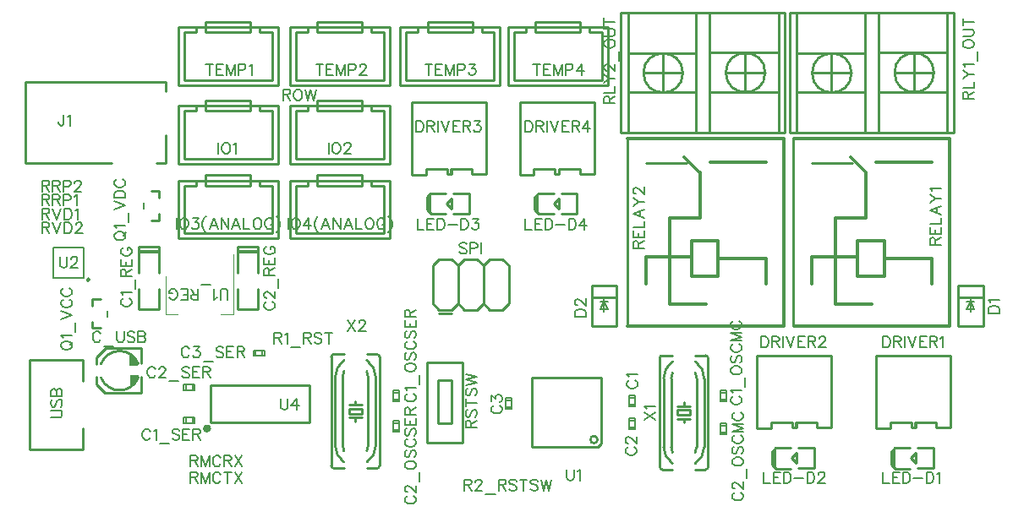
<source format=gto>
G04 ---------------------------- Layer name :TOP SILK LAYER*
G04 EasyEDA v5.8.22, Wed, 05 Dec 2018 03:51:52 GMT*
G04 5ecc0feef65b44bfa0a9ec5bdeff4b52*
G04 Gerber Generator version 0.2*
G04 Scale: 100 percent, Rotated: No, Reflected: No *
G04 Dimensions in millimeters *
G04 leading zeros omitted , absolute positions ,3 integer and 3 decimal *
%FSLAX33Y33*%
%MOMM*%
G90*
G71D02*

%ADD10C,0.254000*%
%ADD11C,0.399999*%
%ADD43C,0.200000*%
%ADD44C,0.119990*%
%ADD45C,0.330200*%
%ADD46C,0.299999*%
%ADD47C,0.127000*%
%ADD48C,0.129032*%
%ADD49C,0.249999*%
%ADD50C,0.177800*%

%LPD*%
G54D10*
G01X40766Y20790D02*
G01X41401Y20155D01*
G01X42671Y20155D02*
G01X43306Y20790D01*
G01X43306Y20790D02*
G01X43941Y20155D01*
G01X45211Y20155D02*
G01X45846Y20790D01*
G01X45846Y20790D02*
G01X46481Y20155D01*
G01X47751Y20155D02*
G01X48386Y20790D01*
G01X40766Y20790D02*
G01X40766Y24600D01*
G01X40766Y24600D02*
G01X41401Y25235D01*
G01X41401Y25235D02*
G01X42671Y25235D01*
G01X42671Y25235D02*
G01X43306Y24600D01*
G01X43306Y24600D02*
G01X43941Y25235D01*
G01X43941Y25235D02*
G01X45211Y25235D01*
G01X45211Y25235D02*
G01X45846Y24600D01*
G01X45846Y24600D02*
G01X46481Y25235D01*
G01X46481Y25235D02*
G01X47751Y25235D01*
G01X47751Y25235D02*
G01X48386Y24600D01*
G01X43306Y24600D02*
G01X43306Y20790D01*
G01X45846Y24600D02*
G01X45846Y20790D01*
G01X48386Y24600D02*
G01X48386Y20790D01*
G01X46481Y20155D02*
G01X47751Y20155D01*
G01X43941Y20155D02*
G01X45211Y20155D01*
G01X41401Y20155D02*
G01X42671Y20155D01*
G01X42671Y19824D02*
G01X41401Y19824D01*
G01X41412Y8780D02*
G01X41313Y8780D01*
G01X41313Y13081D01*
G01X42613Y13081D01*
G01X42613Y8780D01*
G01X41412Y8780D01*
G01X40210Y10878D02*
G01X40210Y14879D01*
G01X43710Y14879D01*
G01X43710Y6878D01*
G01X40210Y6878D01*
G01X40210Y10878D01*
G01X67055Y15582D02*
G01X68071Y15582D01*
G01X67055Y4152D02*
G01X68071Y4152D01*
G01X64642Y6438D02*
G01X64642Y13296D01*
G01X63880Y6438D02*
G01X63880Y13296D01*
G01X67182Y13296D02*
G01X67182Y6438D01*
G01X63499Y4406D02*
G01X63499Y15328D01*
G01X63753Y4152D02*
G01X64769Y4152D01*
G01X63753Y15582D02*
G01X64769Y15582D01*
G01X67944Y13296D02*
G01X67944Y6438D01*
G01X68325Y4406D02*
G01X68325Y15328D01*
G01X66547Y10121D02*
G01X65277Y10121D01*
G01X65277Y10121D02*
G01X65277Y9613D01*
G01X65277Y9613D02*
G01X66547Y9613D01*
G01X66547Y9613D02*
G01X66547Y10121D01*
G01X66547Y10502D02*
G01X65912Y10502D01*
G01X65912Y10502D02*
G01X65277Y10502D01*
G01X65912Y10502D02*
G01X65912Y10883D01*
G01X66547Y9232D02*
G01X65912Y9232D01*
G01X65912Y9232D02*
G01X65277Y9232D01*
G01X65912Y9232D02*
G01X65912Y8851D01*
G01X5715Y12992D02*
G01X5715Y15158D01*
G01X414Y15158D01*
G01X414Y6159D01*
G01X5715Y6159D01*
G01X5715Y8326D02*
G01X5715Y6159D01*
G54D43*
G01X5166Y23370D02*
G01X2766Y23370D01*
G01X2766Y26370D01*
G01X5788Y26370D01*
G01X5788Y23370D01*
G01X5166Y23370D01*
G54D10*
G01X2Y34884D02*
G01X2Y43012D01*
G01X13972Y43012D01*
G01X8587Y34833D02*
G01X2Y34833D01*
G01X2Y34935D01*
G01X13108Y34833D02*
G01X13997Y34833D01*
G01X13997Y37627D01*
G01X13997Y42047D02*
G01X13997Y43012D01*
G54D44*
G01X13990Y23502D02*
G01X13990Y19743D01*
G01X15250Y19743D01*
G01X20810Y25753D02*
G01X20810Y19743D01*
G01X19550Y19743D01*
G54D10*
G01X11353Y23888D02*
G01X11353Y26479D01*
G01X13335Y26479D01*
G01X13335Y23888D01*
G54D45*
G01X13284Y25971D02*
G01X11404Y25971D01*
G54D10*
G01X13335Y22263D02*
G01X13335Y20220D01*
G01X11333Y20220D01*
G01X11333Y22263D01*
G01X21259Y23888D02*
G01X21259Y26479D01*
G01X23241Y26479D01*
G01X23241Y23888D01*
G54D45*
G01X23190Y25971D02*
G01X21310Y25971D01*
G54D10*
G01X23241Y22263D02*
G01X23241Y20220D01*
G01X21239Y20220D01*
G01X21239Y22263D01*
G01X6662Y20589D02*
G01X6662Y21249D01*
G01X6662Y20589D01*
G01X6662Y21249D01*
G01X7477Y21249D01*
G01X7477Y18331D02*
G01X6662Y18331D01*
G01X6662Y18989D01*
G54D43*
G01X8211Y19489D02*
G01X8211Y20088D01*
G54D10*
G01X13373Y29801D02*
G01X13373Y29141D01*
G01X13373Y29801D01*
G01X13373Y29141D01*
G01X12557Y29141D01*
G01X12557Y32062D02*
G01X13373Y32062D01*
G01X13373Y31402D01*
G54D43*
G01X11821Y30901D02*
G01X11821Y30302D01*
G54D10*
G01X18496Y12153D02*
G01X18496Y8900D01*
G01X28448Y8900D01*
G01X28448Y12583D01*
G01X18496Y12583D01*
G01X18496Y12153D01*
G01X34163Y15709D02*
G01X35179Y15709D01*
G01X34163Y4279D02*
G01X35179Y4279D01*
G01X31750Y6565D02*
G01X31750Y13423D01*
G01X30988Y6565D02*
G01X30988Y13423D01*
G01X34290Y13423D02*
G01X34290Y6565D01*
G01X30607Y4533D02*
G01X30607Y15455D01*
G01X30861Y4279D02*
G01X31877Y4279D01*
G01X30861Y15709D02*
G01X31877Y15709D01*
G01X35052Y13423D02*
G01X35052Y6565D01*
G01X35433Y4533D02*
G01X35433Y15455D01*
G01X33655Y10248D02*
G01X32385Y10248D01*
G01X32385Y10248D02*
G01X32385Y9740D01*
G01X32385Y9740D02*
G01X33655Y9740D01*
G01X33655Y9740D02*
G01X33655Y10248D01*
G01X33655Y10629D02*
G01X33020Y10629D01*
G01X33020Y10629D02*
G01X32385Y10629D01*
G01X33020Y10629D02*
G01X33020Y11010D01*
G01X33655Y9359D02*
G01X33020Y9359D01*
G01X33020Y9359D02*
G01X32385Y9359D01*
G01X33020Y9359D02*
G01X33020Y8978D01*
G01X7068Y14701D02*
G01X7068Y15407D01*
G01X8013Y16352D01*
G01X11569Y16352D01*
G01X11569Y14828D01*
G01X11569Y13431D02*
G01X11569Y11851D01*
G01X7940Y11851D01*
G01X7068Y12722D01*
G01X7068Y13431D01*
G01X85165Y8368D02*
G01X85165Y15531D01*
G01X85165Y8317D02*
G01X86112Y8317D01*
G01X86112Y8317D02*
G01X86544Y8317D01*
G01X86544Y8901D01*
G01X88677Y8901D01*
G01X88677Y8368D01*
G01X89084Y8368D01*
G01X89084Y8825D01*
G01X85165Y15531D02*
G01X92632Y15531D01*
G01X92632Y8368D02*
G01X92632Y15531D01*
G01X89076Y8393D02*
G01X89076Y8901D01*
G01X91184Y8901D01*
G01X91184Y8368D01*
G01X92632Y8368D01*
G01X89325Y4278D02*
G01X90874Y4278D01*
G01X90874Y6310D01*
G01X89325Y6310D01*
G01X88538Y4253D02*
G01X87064Y4253D01*
G01X86658Y4659D01*
G01X86658Y5929D01*
G01X87039Y6310D01*
G01X88563Y6310D01*
G01X89099Y4794D02*
G01X89099Y5795D01*
G01X89099Y5795D01*
G01X88599Y5294D01*
G01X88599Y5294D01*
G01X89099Y4794D01*
G01X86899Y4494D02*
G01X86899Y6095D01*
G01X73227Y8368D02*
G01X73227Y15531D01*
G01X73227Y8317D02*
G01X74174Y8317D01*
G01X74174Y8317D02*
G01X74606Y8317D01*
G01X74606Y8901D01*
G01X76739Y8901D01*
G01X76739Y8368D01*
G01X77146Y8368D01*
G01X77146Y8825D01*
G01X73227Y15531D02*
G01X80694Y15531D01*
G01X80694Y8368D02*
G01X80694Y15531D01*
G01X77138Y8393D02*
G01X77138Y8901D01*
G01X79246Y8901D01*
G01X79246Y8368D01*
G01X80694Y8368D01*
G01X77387Y4278D02*
G01X78936Y4278D01*
G01X78936Y6310D01*
G01X77387Y6310D01*
G01X76600Y4253D02*
G01X75126Y4253D01*
G01X74720Y4659D01*
G01X74720Y5929D01*
G01X75101Y6310D01*
G01X76625Y6310D01*
G01X77161Y4794D02*
G01X77161Y5795D01*
G01X77161Y5795D01*
G01X76661Y5294D01*
G01X76661Y5294D01*
G01X77161Y4794D01*
G01X74961Y4494D02*
G01X74961Y6095D01*
G01X38685Y33766D02*
G01X38685Y40929D01*
G01X38685Y33716D02*
G01X39632Y33716D01*
G01X39632Y33716D02*
G01X40064Y33716D01*
G01X40064Y34300D01*
G01X42197Y34300D01*
G01X42197Y33766D01*
G01X42604Y33766D01*
G01X42604Y34224D01*
G01X38685Y40929D02*
G01X46152Y40929D01*
G01X46152Y33766D02*
G01X46152Y40929D01*
G01X42596Y33792D02*
G01X42596Y34300D01*
G01X44704Y34300D01*
G01X44704Y33766D01*
G01X46152Y33766D01*
G01X42845Y29804D02*
G01X44395Y29804D01*
G01X44395Y31836D01*
G01X42845Y31836D01*
G01X42058Y29779D02*
G01X40585Y29779D01*
G01X40178Y30185D01*
G01X40178Y31455D01*
G01X40559Y31836D01*
G01X42083Y31836D01*
G01X42619Y30320D02*
G01X42619Y31320D01*
G01X42619Y31320D01*
G01X42119Y30820D01*
G01X42119Y30820D01*
G01X42619Y30320D01*
G01X40419Y30020D02*
G01X40419Y31620D01*
G01X49478Y33768D02*
G01X49478Y40931D01*
G01X49478Y33717D02*
G01X50425Y33717D01*
G01X50425Y33717D02*
G01X50857Y33717D01*
G01X50857Y34301D01*
G01X52990Y34301D01*
G01X52990Y33768D01*
G01X53397Y33768D01*
G01X53397Y34225D01*
G01X49478Y40931D02*
G01X56945Y40931D01*
G01X56945Y33768D02*
G01X56945Y40931D01*
G01X53389Y33793D02*
G01X53389Y34301D01*
G01X55497Y34301D01*
G01X55497Y33768D01*
G01X56945Y33768D01*
G01X53638Y29805D02*
G01X55188Y29805D01*
G01X55188Y31837D01*
G01X53638Y31837D01*
G01X52851Y29780D02*
G01X51378Y29780D01*
G01X50971Y30186D01*
G01X50971Y31456D01*
G01X51352Y31837D01*
G01X52876Y31837D01*
G01X53412Y30321D02*
G01X53412Y31322D01*
G01X53412Y31322D01*
G01X52912Y30821D01*
G01X52912Y30821D01*
G01X53412Y30321D01*
G01X51212Y30021D02*
G01X51212Y31622D01*
G01X25278Y42694D02*
G01X25278Y48493D01*
G01X25275Y42684D02*
G01X15276Y42684D01*
G01X15268Y42684D02*
G01X15268Y48475D01*
G01X25275Y48500D02*
G01X15276Y48500D01*
G01X24666Y43192D02*
G01X15852Y43192D01*
G01X24666Y43192D02*
G01X24666Y47967D01*
G01X15852Y43192D02*
G01X15852Y47967D01*
G01X24666Y47967D02*
G01X23447Y47967D01*
G01X17071Y47967D02*
G01X15852Y47967D01*
G01X22507Y47967D02*
G01X18062Y47967D01*
G01X23447Y47967D02*
G01X23447Y48500D01*
G01X22507Y47967D02*
G01X22507Y48500D01*
G01X18036Y47967D02*
G01X18036Y48500D01*
G01X17071Y47967D02*
G01X17071Y48500D01*
G01X18036Y49034D02*
G01X22481Y49034D01*
G01X18036Y49034D02*
G01X18036Y48500D01*
G01X22507Y49034D02*
G01X22507Y48500D01*
G01X36456Y42692D02*
G01X36456Y48491D01*
G01X36454Y42682D02*
G01X26454Y42682D01*
G01X26446Y42682D02*
G01X26446Y48473D01*
G01X36454Y48499D02*
G01X26454Y48499D01*
G01X35844Y43190D02*
G01X27030Y43190D01*
G01X35844Y43190D02*
G01X35844Y47965D01*
G01X27030Y43190D02*
G01X27030Y47965D01*
G01X35844Y47965D02*
G01X34625Y47965D01*
G01X28249Y47965D02*
G01X27030Y47965D01*
G01X33685Y47965D02*
G01X29240Y47965D01*
G01X34625Y47965D02*
G01X34625Y48499D01*
G01X33685Y47965D02*
G01X33685Y48499D01*
G01X29215Y47965D02*
G01X29215Y48499D01*
G01X28249Y47965D02*
G01X28249Y48499D01*
G01X29215Y49032D02*
G01X33660Y49032D01*
G01X29215Y49032D02*
G01X29215Y48499D01*
G01X33685Y49032D02*
G01X33685Y48499D01*
G01X47505Y42692D02*
G01X47505Y48491D01*
G01X47502Y42682D02*
G01X37502Y42682D01*
G01X37495Y42682D02*
G01X37495Y48473D01*
G01X47502Y48499D02*
G01X37502Y48499D01*
G01X46893Y43190D02*
G01X38079Y43190D01*
G01X46893Y43190D02*
G01X46893Y47965D01*
G01X38079Y43190D02*
G01X38079Y47965D01*
G01X46893Y47965D02*
G01X45674Y47965D01*
G01X39298Y47965D02*
G01X38079Y47965D01*
G01X44734Y47965D02*
G01X40289Y47965D01*
G01X45674Y47965D02*
G01X45674Y48499D01*
G01X44734Y47965D02*
G01X44734Y48499D01*
G01X40263Y47965D02*
G01X40263Y48499D01*
G01X39298Y47965D02*
G01X39298Y48499D01*
G01X40263Y49032D02*
G01X44708Y49032D01*
G01X40263Y49032D02*
G01X40263Y48499D01*
G01X44734Y49032D02*
G01X44734Y48499D01*
G01X58296Y42695D02*
G01X58296Y48494D01*
G01X58293Y42685D02*
G01X48293Y42685D01*
G01X48286Y42685D02*
G01X48286Y48476D01*
G01X58293Y48502D02*
G01X48293Y48502D01*
G01X57684Y43193D02*
G01X48870Y43193D01*
G01X57684Y43193D02*
G01X57684Y47968D01*
G01X48870Y43193D02*
G01X48870Y47968D01*
G01X57684Y47968D02*
G01X56465Y47968D01*
G01X50089Y47968D02*
G01X48870Y47968D01*
G01X55525Y47968D02*
G01X51080Y47968D01*
G01X56465Y47968D02*
G01X56465Y48502D01*
G01X55525Y47968D02*
G01X55525Y48502D01*
G01X51054Y47968D02*
G01X51054Y48502D01*
G01X50089Y47968D02*
G01X50089Y48502D01*
G01X51054Y49035D02*
G01X55499Y49035D01*
G01X51054Y49035D02*
G01X51054Y48502D01*
G01X55525Y49035D02*
G01X55525Y48502D01*
G54D46*
G01X90737Y34931D02*
G01X85149Y34931D01*
G01X76906Y37342D02*
G01X92535Y37352D01*
G01X92535Y18523D01*
G01X76924Y18543D01*
G01X83307Y25279D02*
G01X83307Y27121D01*
G01X85972Y27121D01*
G01X85972Y23565D01*
G01X83307Y23565D01*
G01X83307Y25472D01*
G01X78735Y25472D01*
G01X78735Y22732D01*
G01X90737Y22732D02*
G01X90737Y25279D01*
G01X85972Y25279D01*
G01X84737Y20733D02*
G01X81108Y20733D01*
G01X81108Y29369D01*
G01X84107Y29369D01*
G01X84133Y29391D01*
G01X84133Y33407D01*
G01X84133Y33915D01*
G01X84115Y33953D02*
G01X82591Y35477D01*
G54D10*
G01X76876Y18543D02*
G01X76876Y18533D01*
G01X76876Y37372D01*
G01X76876Y37372D01*
G01X78735Y34863D02*
G01X82814Y34863D01*
G54D46*
G01X74098Y34933D02*
G01X68510Y34933D01*
G01X60267Y37343D02*
G01X75896Y37353D01*
G01X75896Y18524D01*
G01X60285Y18545D01*
G01X66668Y25281D02*
G01X66668Y27122D01*
G01X69333Y27122D01*
G01X69333Y23566D01*
G01X66668Y23566D01*
G01X66668Y25474D01*
G01X62096Y25474D01*
G01X62096Y22733D01*
G01X74098Y22733D02*
G01X74098Y25281D01*
G01X69333Y25281D01*
G01X68098Y20734D02*
G01X64469Y20734D01*
G01X64469Y29370D01*
G01X67468Y29370D01*
G01X67494Y29393D01*
G01X67494Y33409D01*
G01X67494Y33917D01*
G01X67476Y33955D02*
G01X65952Y35479D01*
G54D10*
G01X60237Y18545D02*
G01X60237Y18534D01*
G01X60237Y37374D01*
G01X60237Y37374D01*
G01X62096Y34864D02*
G01X66175Y34864D01*
G01X76508Y49904D02*
G01X92909Y49904D01*
G01X76508Y49904D02*
G01X76508Y37903D01*
G01X92909Y49904D02*
G01X92909Y37903D01*
G01X76508Y37903D02*
G01X92909Y37903D01*
G01X84019Y49904D02*
G01X84019Y37903D01*
G01X85398Y49904D02*
G01X85398Y37903D01*
G01X77230Y49904D02*
G01X77230Y37905D01*
G01X92297Y49904D02*
G01X92297Y37905D01*
G01X77240Y41954D02*
G01X83988Y41954D01*
G01X77240Y45912D02*
G01X83988Y45912D01*
G01X78769Y43902D02*
G01X82640Y43902D01*
G01X82668Y43933D01*
G01X80689Y45884D02*
G01X80689Y41954D01*
G01X85487Y41985D02*
G01X92238Y41985D01*
G01X85487Y45942D02*
G01X92238Y45942D01*
G01X87019Y43935D02*
G01X90887Y43935D01*
G01X90918Y43966D01*
G01X88939Y45914D02*
G01X88939Y41985D01*
G01X59619Y49903D02*
G01X76020Y49903D01*
G01X59619Y49903D02*
G01X59619Y37901D01*
G01X76020Y49903D02*
G01X76020Y37901D01*
G01X59619Y37901D02*
G01X76020Y37901D01*
G01X67130Y49903D02*
G01X67130Y37901D01*
G01X68509Y49903D02*
G01X68509Y37901D01*
G01X60341Y49903D02*
G01X60341Y37904D01*
G01X75408Y49903D02*
G01X75408Y37904D01*
G01X60351Y41953D02*
G01X67100Y41953D01*
G01X60351Y45910D02*
G01X67100Y45910D01*
G01X61880Y43901D02*
G01X65751Y43901D01*
G01X65779Y43931D01*
G01X63800Y45882D02*
G01X63800Y41953D01*
G01X68598Y41983D02*
G01X75349Y41983D01*
G01X68598Y45941D02*
G01X75349Y45941D01*
G01X70130Y43934D02*
G01X73998Y43934D01*
G01X74029Y43964D01*
G01X72050Y45913D02*
G01X72050Y41983D01*
G54D47*
G01X94617Y19931D02*
G01X94617Y21201D01*
G01X94617Y20185D02*
G01X94998Y20185D01*
G01X94998Y20185D02*
G01X94617Y20947D01*
G01X94617Y20947D02*
G01X94998Y20947D01*
G01X94617Y20185D02*
G01X94236Y20185D01*
G01X94236Y20185D02*
G01X94617Y20947D01*
G01X94617Y20947D02*
G01X94236Y20947D01*
G54D10*
G01X93368Y22565D02*
G01X95867Y22565D01*
G01X95867Y22565D02*
G01X95867Y18567D01*
G01X95867Y18567D02*
G01X93368Y18567D01*
G01X93368Y18567D02*
G01X93368Y22565D01*
G01X93373Y21422D02*
G01X95862Y21422D01*
G54D47*
G01X57912Y19932D02*
G01X57912Y21202D01*
G01X57912Y20186D02*
G01X58293Y20186D01*
G01X58293Y20186D02*
G01X57912Y20948D01*
G01X57912Y20948D02*
G01X58293Y20948D01*
G01X57912Y20186D02*
G01X57531Y20186D01*
G01X57531Y20186D02*
G01X57912Y20948D01*
G01X57912Y20948D02*
G01X57531Y20948D01*
G54D10*
G01X56663Y22566D02*
G01X59162Y22566D01*
G01X59162Y22566D02*
G01X59162Y18568D01*
G01X59162Y18568D02*
G01X56663Y18568D01*
G01X56663Y18568D02*
G01X56663Y22566D01*
G01X56668Y21423D02*
G01X59157Y21423D01*
G01X25276Y34821D02*
G01X25276Y40620D01*
G01X25273Y34811D02*
G01X15273Y34811D01*
G01X15266Y34811D02*
G01X15266Y40602D01*
G01X25273Y40628D02*
G01X15273Y40628D01*
G01X24664Y35319D02*
G01X15850Y35319D01*
G01X24664Y35319D02*
G01X24664Y40094D01*
G01X15850Y35319D02*
G01X15850Y40094D01*
G01X24664Y40094D02*
G01X23445Y40094D01*
G01X17069Y40094D02*
G01X15850Y40094D01*
G01X22505Y40094D02*
G01X18060Y40094D01*
G01X23445Y40094D02*
G01X23445Y40628D01*
G01X22505Y40094D02*
G01X22505Y40628D01*
G01X18034Y40094D02*
G01X18034Y40628D01*
G01X17069Y40094D02*
G01X17069Y40628D01*
G01X18034Y41161D02*
G01X22479Y41161D01*
G01X18034Y41161D02*
G01X18034Y40628D01*
G01X22505Y41161D02*
G01X22505Y40628D01*
G01X36454Y34820D02*
G01X36454Y40619D01*
G01X36451Y34810D02*
G01X26452Y34810D01*
G01X26444Y34810D02*
G01X26444Y40601D01*
G01X36451Y40626D02*
G01X26452Y40626D01*
G01X35842Y35318D02*
G01X27028Y35318D01*
G01X35842Y35318D02*
G01X35842Y40093D01*
G01X27028Y35318D02*
G01X27028Y40093D01*
G01X35842Y40093D02*
G01X34623Y40093D01*
G01X28247Y40093D02*
G01X27028Y40093D01*
G01X33683Y40093D02*
G01X29238Y40093D01*
G01X34623Y40093D02*
G01X34623Y40626D01*
G01X33683Y40093D02*
G01X33683Y40626D01*
G01X29212Y40093D02*
G01X29212Y40626D01*
G01X28247Y40093D02*
G01X28247Y40626D01*
G01X29212Y41160D02*
G01X33657Y41160D01*
G01X29212Y41160D02*
G01X29212Y40626D01*
G01X33683Y41160D02*
G01X33683Y40626D01*
G01X25278Y27327D02*
G01X25278Y33126D01*
G01X25275Y27317D02*
G01X15276Y27317D01*
G01X15268Y27317D02*
G01X15268Y33108D01*
G01X25275Y33133D02*
G01X15276Y33133D01*
G01X24666Y27825D02*
G01X15852Y27825D01*
G01X24666Y27825D02*
G01X24666Y32600D01*
G01X15852Y27825D02*
G01X15852Y32600D01*
G01X24666Y32600D02*
G01X23447Y32600D01*
G01X17071Y32600D02*
G01X15852Y32600D01*
G01X22507Y32600D02*
G01X18062Y32600D01*
G01X23447Y32600D02*
G01X23447Y33133D01*
G01X22507Y32600D02*
G01X22507Y33133D01*
G01X18036Y32600D02*
G01X18036Y33133D01*
G01X17071Y32600D02*
G01X17071Y33133D01*
G01X18036Y33667D02*
G01X22481Y33667D01*
G01X18036Y33667D02*
G01X18036Y33133D01*
G01X22507Y33667D02*
G01X22507Y33133D01*
G01X36452Y27328D02*
G01X36452Y33127D01*
G01X36449Y27318D02*
G01X26449Y27318D01*
G01X26442Y27318D02*
G01X26442Y33109D01*
G01X36449Y33135D02*
G01X26449Y33135D01*
G01X35840Y27826D02*
G01X27026Y27826D01*
G01X35840Y27826D02*
G01X35840Y32601D01*
G01X27026Y27826D02*
G01X27026Y32601D01*
G01X35840Y32601D02*
G01X34621Y32601D01*
G01X28245Y32601D02*
G01X27026Y32601D01*
G01X33681Y32601D02*
G01X29236Y32601D01*
G01X34621Y32601D02*
G01X34621Y33135D01*
G01X33681Y32601D02*
G01X33681Y33135D01*
G01X29210Y32601D02*
G01X29210Y33135D01*
G01X28245Y32601D02*
G01X28245Y33135D01*
G01X29210Y33668D02*
G01X33655Y33668D01*
G01X29210Y33668D02*
G01X29210Y33135D01*
G01X33681Y33668D02*
G01X33681Y33135D01*
G01X50655Y6393D02*
G01X50655Y13403D01*
G01X50655Y13403D02*
G01X57665Y13403D01*
G01X57665Y13403D02*
G01X57665Y6748D01*
G01X57310Y6393D02*
G01X50655Y6393D01*
G01X57310Y6393D02*
G01X57665Y6748D01*
G54D48*
G01X60421Y11346D02*
G01X60990Y11346D01*
G01X60421Y10675D02*
G01X60990Y10675D01*
G01X60421Y10469D02*
G01X60990Y10469D01*
G01X60990Y10469D02*
G01X60990Y11551D01*
G01X60990Y11551D02*
G01X60421Y11551D01*
G01X60421Y11551D02*
G01X60421Y10469D01*
G01X60423Y9058D02*
G01X60992Y9058D01*
G01X60423Y8388D02*
G01X60992Y8388D01*
G01X60423Y8182D02*
G01X60992Y8182D01*
G01X60992Y8182D02*
G01X60992Y9264D01*
G01X60992Y9264D02*
G01X60423Y9264D01*
G01X60423Y9264D02*
G01X60423Y8182D01*
G01X48104Y11090D02*
G01X48673Y11090D01*
G01X48104Y10420D02*
G01X48673Y10420D01*
G01X48104Y10214D02*
G01X48673Y10214D01*
G01X48673Y10214D02*
G01X48673Y11296D01*
G01X48673Y11296D02*
G01X48104Y11296D01*
G01X48104Y11296D02*
G01X48104Y10214D01*
G01X69565Y11854D02*
G01X70134Y11854D01*
G01X69565Y11183D02*
G01X70134Y11183D01*
G01X69565Y10977D02*
G01X70134Y10977D01*
G01X70134Y10977D02*
G01X70134Y12059D01*
G01X70134Y12059D02*
G01X69565Y12059D01*
G01X69565Y12059D02*
G01X69565Y10977D01*
G01X70134Y7881D02*
G01X69565Y7881D01*
G01X70134Y8552D02*
G01X69565Y8552D01*
G01X70134Y8757D02*
G01X69565Y8757D01*
G01X69565Y8757D02*
G01X69565Y7675D01*
G01X69565Y7675D02*
G01X70134Y7675D01*
G01X70134Y7675D02*
G01X70134Y8757D01*
G01X16718Y9390D02*
G01X16718Y8821D01*
G01X16047Y9390D02*
G01X16047Y8821D01*
G01X15841Y9390D02*
G01X15841Y8821D01*
G01X15841Y8821D02*
G01X16923Y8821D01*
G01X16923Y8821D02*
G01X16923Y9390D01*
G01X16923Y9390D02*
G01X15841Y9390D01*
G01X36799Y11854D02*
G01X37368Y11854D01*
G01X36799Y11183D02*
G01X37368Y11183D01*
G01X36799Y10977D02*
G01X37368Y10977D01*
G01X37368Y10977D02*
G01X37368Y12059D01*
G01X37368Y12059D02*
G01X36799Y12059D01*
G01X36799Y12059D02*
G01X36799Y10977D01*
G01X37370Y8134D02*
G01X36801Y8134D01*
G01X37370Y8804D02*
G01X36801Y8804D01*
G01X37370Y9010D02*
G01X36801Y9010D01*
G01X36801Y9010D02*
G01X36801Y7928D01*
G01X36801Y7928D02*
G01X37370Y7928D01*
G01X37370Y7928D02*
G01X37370Y9010D01*
G01X16718Y12692D02*
G01X16718Y12123D01*
G01X16047Y12692D02*
G01X16047Y12123D01*
G01X15841Y12692D02*
G01X15841Y12123D01*
G01X15841Y12123D02*
G01X16923Y12123D01*
G01X16923Y12123D02*
G01X16923Y12692D01*
G01X16923Y12692D02*
G01X15841Y12692D01*
G01X23034Y15550D02*
G01X23034Y16119D01*
G01X23705Y15550D02*
G01X23705Y16119D01*
G01X23911Y15550D02*
G01X23911Y16119D01*
G01X23911Y16119D02*
G01X22828Y16119D01*
G01X22828Y16119D02*
G01X22828Y15550D01*
G01X22828Y15550D02*
G01X23911Y15550D01*
G54D47*
G01X44160Y26731D02*
G01X44056Y26835D01*
G01X43901Y26885D01*
G01X43693Y26885D01*
G01X43538Y26835D01*
G01X43433Y26731D01*
G01X43433Y26626D01*
G01X43484Y26522D01*
G01X43538Y26471D01*
G01X43642Y26418D01*
G01X43954Y26314D01*
G01X44056Y26263D01*
G01X44109Y26212D01*
G01X44160Y26108D01*
G01X44160Y25951D01*
G01X44056Y25847D01*
G01X43901Y25796D01*
G01X43693Y25796D01*
G01X43538Y25847D01*
G01X43433Y25951D01*
G01X44503Y26885D02*
G01X44503Y25796D01*
G01X44503Y26885D02*
G01X44970Y26885D01*
G01X45128Y26835D01*
G01X45178Y26784D01*
G01X45232Y26680D01*
G01X45232Y26522D01*
G01X45178Y26418D01*
G01X45128Y26367D01*
G01X44970Y26314D01*
G01X44503Y26314D01*
G01X45575Y26885D02*
G01X45575Y25796D01*
G54D50*
G01X44068Y8356D02*
G01X45158Y8356D01*
G01X44068Y8356D02*
G01X44068Y8824D01*
G01X44119Y8978D01*
G01X44170Y9032D01*
G01X44274Y9083D01*
G01X44378Y9083D01*
G01X44482Y9032D01*
G01X44536Y8978D01*
G01X44587Y8824D01*
G01X44587Y8356D01*
G01X44587Y8719D02*
G01X45158Y9083D01*
G01X44223Y10154D02*
G01X44119Y10050D01*
G01X44068Y9893D01*
G01X44068Y9687D01*
G01X44119Y9530D01*
G01X44223Y9425D01*
G01X44328Y9425D01*
G01X44432Y9479D01*
G01X44482Y9530D01*
G01X44536Y9634D01*
G01X44640Y9946D01*
G01X44691Y10050D01*
G01X44742Y10101D01*
G01X44846Y10154D01*
G01X45003Y10154D01*
G01X45107Y10050D01*
G01X45158Y9893D01*
G01X45158Y9687D01*
G01X45107Y9530D01*
G01X45003Y9425D01*
G01X44068Y10861D02*
G01X45158Y10861D01*
G01X44068Y10497D02*
G01X44068Y11224D01*
G01X44223Y12293D02*
G01X44119Y12192D01*
G01X44068Y12034D01*
G01X44068Y11826D01*
G01X44119Y11671D01*
G01X44223Y11567D01*
G01X44328Y11567D01*
G01X44432Y11620D01*
G01X44482Y11671D01*
G01X44536Y11775D01*
G01X44640Y12087D01*
G01X44691Y12192D01*
G01X44742Y12242D01*
G01X44846Y12293D01*
G01X45003Y12293D01*
G01X45107Y12192D01*
G01X45158Y12034D01*
G01X45158Y11826D01*
G01X45107Y11671D01*
G01X45003Y11567D01*
G01X44068Y12636D02*
G01X45158Y12898D01*
G01X44068Y13157D02*
G01X45158Y12898D01*
G01X44068Y13157D02*
G01X45158Y13416D01*
G01X44068Y13677D02*
G01X45158Y13416D01*
G01X61975Y9171D02*
G01X63065Y9898D01*
G01X61975Y9898D02*
G01X63065Y9171D01*
G01X62181Y10241D02*
G01X62130Y10345D01*
G01X61975Y10502D01*
G01X63065Y10502D01*
G01X2552Y9372D02*
G01X3329Y9372D01*
G01X3487Y9423D01*
G01X3591Y9527D01*
G01X3642Y9685D01*
G01X3642Y9789D01*
G01X3591Y9944D01*
G01X3487Y10048D01*
G01X3329Y10099D01*
G01X2552Y10099D01*
G01X2707Y11170D02*
G01X2603Y11066D01*
G01X2552Y10909D01*
G01X2552Y10703D01*
G01X2603Y10546D01*
G01X2707Y10442D01*
G01X2811Y10442D01*
G01X2915Y10495D01*
G01X2966Y10546D01*
G01X3020Y10650D01*
G01X3124Y10962D01*
G01X3175Y11066D01*
G01X3225Y11117D01*
G01X3329Y11170D01*
G01X3487Y11170D01*
G01X3591Y11066D01*
G01X3642Y10909D01*
G01X3642Y10703D01*
G01X3591Y10546D01*
G01X3487Y10442D01*
G01X2552Y11513D02*
G01X3642Y11513D01*
G01X2552Y11513D02*
G01X2552Y11981D01*
G01X2603Y12136D01*
G01X2654Y12189D01*
G01X2758Y12240D01*
G01X2862Y12240D01*
G01X2966Y12189D01*
G01X3020Y12136D01*
G01X3070Y11981D01*
G01X3070Y11513D02*
G01X3070Y11981D01*
G01X3124Y12136D01*
G01X3175Y12189D01*
G01X3279Y12240D01*
G01X3434Y12240D01*
G01X3538Y12189D01*
G01X3591Y12136D01*
G01X3642Y11981D01*
G01X3642Y11513D01*
G01X3428Y25488D02*
G01X3428Y24711D01*
G01X3479Y24554D01*
G01X3583Y24450D01*
G01X3741Y24399D01*
G01X3845Y24399D01*
G01X4000Y24450D01*
G01X4104Y24554D01*
G01X4155Y24711D01*
G01X4155Y25488D01*
G01X4551Y25229D02*
G01X4551Y25283D01*
G01X4602Y25387D01*
G01X4655Y25438D01*
G01X4759Y25488D01*
G01X4965Y25488D01*
G01X5069Y25438D01*
G01X5123Y25387D01*
G01X5173Y25283D01*
G01X5173Y25179D01*
G01X5123Y25074D01*
G01X5019Y24917D01*
G01X4498Y24399D01*
G01X5227Y24399D01*
G01X3822Y39712D02*
G01X3822Y38882D01*
G01X3769Y38727D01*
G01X3718Y38674D01*
G01X3614Y38623D01*
G01X3510Y38623D01*
G01X3406Y38674D01*
G01X3352Y38727D01*
G01X3302Y38882D01*
G01X3302Y38986D01*
G01X4165Y39507D02*
G01X4267Y39557D01*
G01X4424Y39712D01*
G01X4424Y38623D01*
G01X20222Y21189D02*
G01X20222Y21966D01*
G01X20171Y22124D01*
G01X20067Y22228D01*
G01X19909Y22279D01*
G01X19805Y22279D01*
G01X19650Y22228D01*
G01X19546Y22124D01*
G01X19495Y21966D01*
G01X19495Y21189D01*
G01X19152Y21395D02*
G01X19048Y21344D01*
G01X18891Y21189D01*
G01X18891Y22279D01*
G01X18548Y22642D02*
G01X17613Y22642D01*
G01X17270Y21189D02*
G01X17270Y22279D01*
G01X17270Y21189D02*
G01X16803Y21189D01*
G01X16648Y21240D01*
G01X16594Y21291D01*
G01X16544Y21395D01*
G01X16544Y21499D01*
G01X16594Y21603D01*
G01X16648Y21656D01*
G01X16803Y21707D01*
G01X17270Y21707D01*
G01X16907Y21707D02*
G01X16544Y22279D01*
G01X16201Y21189D02*
G01X16201Y22279D01*
G01X16201Y21189D02*
G01X15525Y21189D01*
G01X16201Y21707D02*
G01X15784Y21707D01*
G01X16201Y22279D02*
G01X15525Y22279D01*
G01X14402Y21448D02*
G01X14456Y21344D01*
G01X14557Y21240D01*
G01X14662Y21189D01*
G01X14870Y21189D01*
G01X14974Y21240D01*
G01X15078Y21344D01*
G01X15129Y21448D01*
G01X15182Y21603D01*
G01X15182Y21862D01*
G01X15129Y22020D01*
G01X15078Y22124D01*
G01X14974Y22228D01*
G01X14870Y22279D01*
G01X14662Y22279D01*
G01X14557Y22228D01*
G01X14456Y22124D01*
G01X14402Y22020D01*
G01X14402Y21862D01*
G01X14662Y21862D02*
G01X14402Y21862D01*
G01X9784Y21287D02*
G01X9679Y21234D01*
G01X9575Y21130D01*
G01X9525Y21028D01*
G01X9525Y20820D01*
G01X9575Y20716D01*
G01X9679Y20612D01*
G01X9784Y20558D01*
G01X9939Y20508D01*
G01X10198Y20508D01*
G01X10355Y20558D01*
G01X10459Y20612D01*
G01X10563Y20716D01*
G01X10614Y20820D01*
G01X10614Y21028D01*
G01X10563Y21130D01*
G01X10459Y21234D01*
G01X10355Y21287D01*
G01X9730Y21630D02*
G01X9679Y21734D01*
G01X9525Y21889D01*
G01X10614Y21889D01*
G01X10977Y22232D02*
G01X10977Y23167D01*
G01X9525Y23510D02*
G01X10614Y23510D01*
G01X9525Y23510D02*
G01X9525Y23977D01*
G01X9575Y24135D01*
G01X9626Y24185D01*
G01X9730Y24239D01*
G01X9834Y24239D01*
G01X9939Y24185D01*
G01X9992Y24135D01*
G01X10043Y23977D01*
G01X10043Y23510D01*
G01X10043Y23873D02*
G01X10614Y24239D01*
G01X9525Y24582D02*
G01X10614Y24582D01*
G01X9525Y24582D02*
G01X9525Y25257D01*
G01X10043Y24582D02*
G01X10043Y24996D01*
G01X10614Y24582D02*
G01X10614Y25257D01*
G01X9784Y26377D02*
G01X9679Y26327D01*
G01X9575Y26223D01*
G01X9525Y26118D01*
G01X9525Y25910D01*
G01X9575Y25806D01*
G01X9679Y25702D01*
G01X9784Y25651D01*
G01X9939Y25600D01*
G01X10198Y25600D01*
G01X10355Y25651D01*
G01X10459Y25702D01*
G01X10563Y25806D01*
G01X10614Y25910D01*
G01X10614Y26118D01*
G01X10563Y26223D01*
G01X10459Y26327D01*
G01X10355Y26377D01*
G01X10198Y26377D01*
G01X10198Y26118D02*
G01X10198Y26377D01*
G01X24135Y20947D02*
G01X24030Y20894D01*
G01X23926Y20789D01*
G01X23875Y20688D01*
G01X23875Y20480D01*
G01X23926Y20375D01*
G01X24030Y20271D01*
G01X24135Y20218D01*
G01X24289Y20167D01*
G01X24549Y20167D01*
G01X24706Y20218D01*
G01X24810Y20271D01*
G01X24914Y20375D01*
G01X24965Y20480D01*
G01X24965Y20688D01*
G01X24914Y20789D01*
G01X24810Y20894D01*
G01X24706Y20947D01*
G01X24135Y21341D02*
G01X24081Y21341D01*
G01X23977Y21394D01*
G01X23926Y21445D01*
G01X23875Y21549D01*
G01X23875Y21757D01*
G01X23926Y21861D01*
G01X23977Y21912D01*
G01X24081Y21965D01*
G01X24185Y21965D01*
G01X24289Y21912D01*
G01X24447Y21808D01*
G01X24965Y21290D01*
G01X24965Y22016D01*
G01X25328Y22359D02*
G01X25328Y23294D01*
G01X23875Y23637D02*
G01X24965Y23637D01*
G01X23875Y23637D02*
G01X23875Y24104D01*
G01X23926Y24262D01*
G01X23977Y24312D01*
G01X24081Y24366D01*
G01X24185Y24366D01*
G01X24289Y24312D01*
G01X24343Y24262D01*
G01X24394Y24104D01*
G01X24394Y23637D01*
G01X24394Y24003D02*
G01X24965Y24366D01*
G01X23875Y24709D02*
G01X24965Y24709D01*
G01X23875Y24709D02*
G01X23875Y25384D01*
G01X24394Y24709D02*
G01X24394Y25123D01*
G01X24965Y24709D02*
G01X24965Y25384D01*
G01X24135Y26504D02*
G01X24030Y26454D01*
G01X23926Y26350D01*
G01X23875Y26245D01*
G01X23875Y26037D01*
G01X23926Y25933D01*
G01X24030Y25831D01*
G01X24135Y25778D01*
G01X24289Y25727D01*
G01X24549Y25727D01*
G01X24706Y25778D01*
G01X24810Y25831D01*
G01X24914Y25933D01*
G01X24965Y26037D01*
G01X24965Y26245D01*
G01X24914Y26350D01*
G01X24810Y26454D01*
G01X24706Y26504D01*
G01X24549Y26504D01*
G01X24549Y26245D02*
G01X24549Y26504D01*
G01X3556Y16494D02*
G01X3606Y16390D01*
G01X3710Y16286D01*
G01X3815Y16233D01*
G01X3970Y16182D01*
G01X4229Y16182D01*
G01X4386Y16233D01*
G01X4490Y16286D01*
G01X4594Y16390D01*
G01X4645Y16494D01*
G01X4645Y16703D01*
G01X4594Y16804D01*
G01X4490Y16908D01*
G01X4386Y16962D01*
G01X4229Y17012D01*
G01X3970Y17012D01*
G01X3815Y16962D01*
G01X3710Y16908D01*
G01X3606Y16804D01*
G01X3556Y16703D01*
G01X3556Y16494D01*
G01X4437Y16649D02*
G01X4749Y16962D01*
G01X3761Y17355D02*
G01X3710Y17460D01*
G01X3556Y17617D01*
G01X4645Y17617D01*
G01X5008Y17960D02*
G01X5008Y18895D01*
G01X3556Y19238D02*
G01X4645Y19652D01*
G01X3556Y20068D02*
G01X4645Y19652D01*
G01X3815Y21191D02*
G01X3710Y21137D01*
G01X3606Y21033D01*
G01X3556Y20932D01*
G01X3556Y20723D01*
G01X3606Y20619D01*
G01X3710Y20515D01*
G01X3815Y20462D01*
G01X3970Y20411D01*
G01X4229Y20411D01*
G01X4386Y20462D01*
G01X4490Y20515D01*
G01X4594Y20619D01*
G01X4645Y20723D01*
G01X4645Y20932D01*
G01X4594Y21033D01*
G01X4490Y21137D01*
G01X4386Y21191D01*
G01X3815Y22313D02*
G01X3710Y22260D01*
G01X3606Y22156D01*
G01X3556Y22052D01*
G01X3556Y21846D01*
G01X3606Y21742D01*
G01X3710Y21638D01*
G01X3815Y21584D01*
G01X3970Y21534D01*
G01X4229Y21534D01*
G01X4386Y21584D01*
G01X4490Y21638D01*
G01X4594Y21742D01*
G01X4645Y21846D01*
G01X4645Y22052D01*
G01X4594Y22156D01*
G01X4490Y22260D01*
G01X4386Y22313D01*
G01X8889Y27470D02*
G01X8940Y27365D01*
G01X9044Y27261D01*
G01X9149Y27208D01*
G01X9303Y27157D01*
G01X9563Y27157D01*
G01X9720Y27208D01*
G01X9824Y27261D01*
G01X9928Y27365D01*
G01X9979Y27470D01*
G01X9979Y27678D01*
G01X9928Y27780D01*
G01X9824Y27884D01*
G01X9720Y27937D01*
G01X9563Y27988D01*
G01X9303Y27988D01*
G01X9149Y27937D01*
G01X9044Y27884D01*
G01X8940Y27780D01*
G01X8889Y27678D01*
G01X8889Y27470D01*
G01X9771Y27625D02*
G01X10083Y27937D01*
G01X9095Y28331D02*
G01X9044Y28435D01*
G01X8889Y28592D01*
G01X9979Y28592D01*
G01X10342Y28935D02*
G01X10342Y29870D01*
G01X8889Y30213D02*
G01X9979Y30627D01*
G01X8889Y31043D02*
G01X9979Y30627D01*
G01X8889Y31386D02*
G01X9979Y31386D01*
G01X8889Y31386D02*
G01X8889Y31750D01*
G01X8940Y31907D01*
G01X9044Y32009D01*
G01X9149Y32062D01*
G01X9303Y32113D01*
G01X9563Y32113D01*
G01X9720Y32062D01*
G01X9824Y32009D01*
G01X9928Y31907D01*
G01X9979Y31750D01*
G01X9979Y31386D01*
G01X9149Y33235D02*
G01X9044Y33185D01*
G01X8940Y33080D01*
G01X8889Y32976D01*
G01X8889Y32768D01*
G01X8940Y32664D01*
G01X9044Y32560D01*
G01X9149Y32509D01*
G01X9303Y32456D01*
G01X9563Y32456D01*
G01X9720Y32509D01*
G01X9824Y32560D01*
G01X9928Y32664D01*
G01X9979Y32768D01*
G01X9979Y32976D01*
G01X9928Y33080D01*
G01X9824Y33185D01*
G01X9720Y33235D01*
G01X25526Y11264D02*
G01X25526Y10487D01*
G01X25577Y10330D01*
G01X25681Y10226D01*
G01X25839Y10175D01*
G01X25943Y10175D01*
G01X26098Y10226D01*
G01X26202Y10330D01*
G01X26253Y10487D01*
G01X26253Y11264D01*
G01X27117Y11264D02*
G01X26596Y10538D01*
G01X27376Y10538D01*
G01X27117Y11264D02*
G01X27117Y10175D01*
G01X32257Y19138D02*
G01X32984Y18049D01*
G01X32984Y19138D02*
G01X32257Y18049D01*
G01X33380Y18879D02*
G01X33380Y18933D01*
G01X33431Y19037D01*
G01X33484Y19088D01*
G01X33588Y19138D01*
G01X33794Y19138D01*
G01X33898Y19088D01*
G01X33952Y19037D01*
G01X34002Y18933D01*
G01X34002Y18829D01*
G01X33952Y18724D01*
G01X33847Y18567D01*
G01X33327Y18049D01*
G01X34056Y18049D01*
G01X7510Y17736D02*
G01X7457Y17841D01*
G01X7353Y17945D01*
G01X7251Y17995D01*
G01X7043Y17995D01*
G01X6939Y17945D01*
G01X6835Y17841D01*
G01X6781Y17736D01*
G01X6730Y17581D01*
G01X6730Y17322D01*
G01X6781Y17165D01*
G01X6835Y17061D01*
G01X6939Y16957D01*
G01X7043Y16906D01*
G01X7251Y16906D01*
G01X7353Y16957D01*
G01X7457Y17061D01*
G01X7510Y17165D01*
G01X7853Y16543D02*
G01X8788Y16543D01*
G01X9131Y17995D02*
G01X9131Y17218D01*
G01X9182Y17061D01*
G01X9286Y16957D01*
G01X9443Y16906D01*
G01X9547Y16906D01*
G01X9702Y16957D01*
G01X9806Y17061D01*
G01X9857Y17218D01*
G01X9857Y17995D01*
G01X10929Y17841D02*
G01X10825Y17945D01*
G01X10667Y17995D01*
G01X10462Y17995D01*
G01X10304Y17945D01*
G01X10200Y17841D01*
G01X10200Y17736D01*
G01X10253Y17632D01*
G01X10304Y17581D01*
G01X10408Y17528D01*
G01X10721Y17424D01*
G01X10825Y17373D01*
G01X10876Y17322D01*
G01X10929Y17218D01*
G01X10929Y17061D01*
G01X10825Y16957D01*
G01X10667Y16906D01*
G01X10462Y16906D01*
G01X10304Y16957D01*
G01X10200Y17061D01*
G01X11272Y17995D02*
G01X11272Y16906D01*
G01X11272Y17995D02*
G01X11739Y17995D01*
G01X11894Y17945D01*
G01X11948Y17894D01*
G01X11998Y17790D01*
G01X11998Y17686D01*
G01X11948Y17581D01*
G01X11894Y17528D01*
G01X11739Y17477D01*
G01X11272Y17477D02*
G01X11739Y17477D01*
G01X11894Y17424D01*
G01X11948Y17373D01*
G01X11998Y17269D01*
G01X11998Y17114D01*
G01X11948Y17010D01*
G01X11894Y16957D01*
G01X11739Y16906D01*
G01X11272Y16906D01*
G01X85851Y17488D02*
G01X85851Y16398D01*
G01X85851Y17488D02*
G01X86215Y17488D01*
G01X86372Y17437D01*
G01X86474Y17333D01*
G01X86527Y17228D01*
G01X86578Y17073D01*
G01X86578Y16814D01*
G01X86527Y16657D01*
G01X86474Y16553D01*
G01X86372Y16449D01*
G01X86215Y16398D01*
G01X85851Y16398D01*
G01X86921Y17488D02*
G01X86921Y16398D01*
G01X86921Y17488D02*
G01X87388Y17488D01*
G01X87545Y17437D01*
G01X87596Y17386D01*
G01X87650Y17282D01*
G01X87650Y17178D01*
G01X87596Y17073D01*
G01X87545Y17020D01*
G01X87388Y16969D01*
G01X86921Y16969D01*
G01X87286Y16969D02*
G01X87650Y16398D01*
G01X87993Y17488D02*
G01X87993Y16398D01*
G01X88335Y17488D02*
G01X88749Y16398D01*
G01X89166Y17488D02*
G01X88749Y16398D01*
G01X89509Y17488D02*
G01X89509Y16398D01*
G01X89509Y17488D02*
G01X90185Y17488D01*
G01X89509Y16969D02*
G01X89925Y16969D01*
G01X89509Y16398D02*
G01X90185Y16398D01*
G01X90527Y17488D02*
G01X90527Y16398D01*
G01X90527Y17488D02*
G01X90995Y17488D01*
G01X91150Y17437D01*
G01X91203Y17386D01*
G01X91254Y17282D01*
G01X91254Y17178D01*
G01X91203Y17073D01*
G01X91150Y17020D01*
G01X90995Y16969D01*
G01X90527Y16969D01*
G01X90891Y16969D02*
G01X91254Y16398D01*
G01X91597Y17282D02*
G01X91701Y17333D01*
G01X91858Y17488D01*
G01X91858Y16398D01*
G01X85851Y3899D02*
G01X85851Y2809D01*
G01X85851Y2809D02*
G01X86476Y2809D01*
G01X86819Y3899D02*
G01X86819Y2809D01*
G01X86819Y3899D02*
G01X87495Y3899D01*
G01X86819Y3380D02*
G01X87236Y3380D01*
G01X86819Y2809D02*
G01X87495Y2809D01*
G01X87838Y3899D02*
G01X87838Y2809D01*
G01X87838Y3899D02*
G01X88201Y3899D01*
G01X88356Y3848D01*
G01X88460Y3744D01*
G01X88513Y3639D01*
G01X88564Y3485D01*
G01X88564Y3223D01*
G01X88513Y3068D01*
G01X88460Y2964D01*
G01X88356Y2860D01*
G01X88201Y2809D01*
G01X87838Y2809D01*
G01X88907Y3276D02*
G01X89842Y3276D01*
G01X90185Y3899D02*
G01X90185Y2809D01*
G01X90185Y3899D02*
G01X90550Y3899D01*
G01X90705Y3848D01*
G01X90809Y3744D01*
G01X90860Y3639D01*
G01X90914Y3485D01*
G01X90914Y3223D01*
G01X90860Y3068D01*
G01X90809Y2964D01*
G01X90705Y2860D01*
G01X90550Y2809D01*
G01X90185Y2809D01*
G01X91256Y3693D02*
G01X91361Y3744D01*
G01X91516Y3899D01*
G01X91516Y2809D01*
G01X73659Y17487D02*
G01X73659Y16398D01*
G01X73659Y17487D02*
G01X74023Y17487D01*
G01X74180Y17437D01*
G01X74282Y17333D01*
G01X74335Y17228D01*
G01X74386Y17073D01*
G01X74386Y16814D01*
G01X74335Y16657D01*
G01X74282Y16553D01*
G01X74180Y16449D01*
G01X74023Y16398D01*
G01X73659Y16398D01*
G01X74729Y17487D02*
G01X74729Y16398D01*
G01X74729Y17487D02*
G01X75196Y17487D01*
G01X75354Y17437D01*
G01X75404Y17386D01*
G01X75458Y17282D01*
G01X75458Y17178D01*
G01X75404Y17073D01*
G01X75354Y17020D01*
G01X75196Y16969D01*
G01X74729Y16969D01*
G01X75094Y16969D02*
G01X75458Y16398D01*
G01X75801Y17487D02*
G01X75801Y16398D01*
G01X76144Y17487D02*
G01X76558Y16398D01*
G01X76974Y17487D02*
G01X76558Y16398D01*
G01X77317Y17487D02*
G01X77317Y16398D01*
G01X77317Y17487D02*
G01X77993Y17487D01*
G01X77317Y16969D02*
G01X77734Y16969D01*
G01X77317Y16398D02*
G01X77993Y16398D01*
G01X78336Y17487D02*
G01X78336Y16398D01*
G01X78336Y17487D02*
G01X78803Y17487D01*
G01X78958Y17437D01*
G01X79011Y17386D01*
G01X79062Y17282D01*
G01X79062Y17178D01*
G01X79011Y17073D01*
G01X78958Y17020D01*
G01X78803Y16969D01*
G01X78336Y16969D01*
G01X78699Y16969D02*
G01X79062Y16398D01*
G01X79458Y17228D02*
G01X79458Y17282D01*
G01X79509Y17386D01*
G01X79562Y17437D01*
G01X79666Y17487D01*
G01X79872Y17487D01*
G01X79976Y17437D01*
G01X80030Y17386D01*
G01X80081Y17282D01*
G01X80081Y17178D01*
G01X80030Y17073D01*
G01X79926Y16916D01*
G01X79405Y16398D01*
G01X80134Y16398D01*
G01X73913Y3898D02*
G01X73913Y2809D01*
G01X73913Y2809D02*
G01X74536Y2809D01*
G01X74879Y3898D02*
G01X74879Y2809D01*
G01X74879Y3898D02*
G01X75554Y3898D01*
G01X74879Y3380D02*
G01X75295Y3380D01*
G01X74879Y2809D02*
G01X75554Y2809D01*
G01X75897Y3898D02*
G01X75897Y2809D01*
G01X75897Y3898D02*
G01X76263Y3898D01*
G01X76418Y3848D01*
G01X76522Y3744D01*
G01X76573Y3639D01*
G01X76626Y3484D01*
G01X76626Y3225D01*
G01X76573Y3068D01*
G01X76522Y2964D01*
G01X76418Y2860D01*
G01X76263Y2809D01*
G01X75897Y2809D01*
G01X76969Y3276D02*
G01X77904Y3276D01*
G01X78247Y3898D02*
G01X78247Y2809D01*
G01X78247Y3898D02*
G01X78610Y3898D01*
G01X78765Y3848D01*
G01X78869Y3744D01*
G01X78922Y3639D01*
G01X78973Y3484D01*
G01X78973Y3225D01*
G01X78922Y3068D01*
G01X78869Y2964D01*
G01X78765Y2860D01*
G01X78610Y2809D01*
G01X78247Y2809D01*
G01X79369Y3639D02*
G01X79369Y3693D01*
G01X79420Y3797D01*
G01X79473Y3848D01*
G01X79578Y3898D01*
G01X79783Y3898D01*
G01X79887Y3848D01*
G01X79941Y3797D01*
G01X79992Y3693D01*
G01X79992Y3589D01*
G01X79941Y3484D01*
G01X79837Y3327D01*
G01X79316Y2809D01*
G01X80045Y2809D01*
G01X39118Y39076D02*
G01X39118Y37986D01*
G01X39118Y39076D02*
G01X39481Y39076D01*
G01X39638Y39025D01*
G01X39740Y38921D01*
G01X39793Y38817D01*
G01X39844Y38662D01*
G01X39844Y38403D01*
G01X39793Y38245D01*
G01X39740Y38141D01*
G01X39638Y38037D01*
G01X39481Y37986D01*
G01X39118Y37986D01*
G01X40187Y39076D02*
G01X40187Y37986D01*
G01X40187Y39076D02*
G01X40654Y39076D01*
G01X40812Y39025D01*
G01X40862Y38974D01*
G01X40916Y38870D01*
G01X40916Y38766D01*
G01X40862Y38662D01*
G01X40812Y38609D01*
G01X40654Y38558D01*
G01X40187Y38558D01*
G01X40553Y38558D02*
G01X40916Y37986D01*
G01X41259Y39076D02*
G01X41259Y37986D01*
G01X41602Y39076D02*
G01X42016Y37986D01*
G01X42432Y39076D02*
G01X42016Y37986D01*
G01X42775Y39076D02*
G01X42775Y37986D01*
G01X42775Y39076D02*
G01X43451Y39076D01*
G01X42775Y38558D02*
G01X43192Y38558D01*
G01X42775Y37986D02*
G01X43451Y37986D01*
G01X43794Y39076D02*
G01X43794Y37986D01*
G01X43794Y39076D02*
G01X44261Y39076D01*
G01X44416Y39025D01*
G01X44469Y38974D01*
G01X44520Y38870D01*
G01X44520Y38766D01*
G01X44469Y38662D01*
G01X44416Y38609D01*
G01X44261Y38558D01*
G01X43794Y38558D01*
G01X44157Y38558D02*
G01X44520Y37986D01*
G01X44967Y39076D02*
G01X45539Y39076D01*
G01X45226Y38662D01*
G01X45384Y38662D01*
G01X45488Y38609D01*
G01X45539Y38558D01*
G01X45592Y38403D01*
G01X45592Y38299D01*
G01X45539Y38141D01*
G01X45434Y38037D01*
G01X45280Y37986D01*
G01X45125Y37986D01*
G01X44967Y38037D01*
G01X44916Y38090D01*
G01X44863Y38194D01*
G01X39242Y29298D02*
G01X39242Y28209D01*
G01X39242Y28209D02*
G01X39865Y28209D01*
G01X40208Y29298D02*
G01X40208Y28209D01*
G01X40208Y29298D02*
G01X40883Y29298D01*
G01X40208Y28780D02*
G01X40624Y28780D01*
G01X40208Y28209D02*
G01X40883Y28209D01*
G01X41226Y29298D02*
G01X41226Y28209D01*
G01X41226Y29298D02*
G01X41592Y29298D01*
G01X41747Y29248D01*
G01X41851Y29144D01*
G01X41902Y29039D01*
G01X41955Y28884D01*
G01X41955Y28625D01*
G01X41902Y28468D01*
G01X41851Y28364D01*
G01X41747Y28260D01*
G01X41592Y28209D01*
G01X41226Y28209D01*
G01X42298Y28676D02*
G01X43233Y28676D01*
G01X43576Y29298D02*
G01X43576Y28209D01*
G01X43576Y29298D02*
G01X43939Y29298D01*
G01X44094Y29248D01*
G01X44198Y29144D01*
G01X44251Y29039D01*
G01X44302Y28884D01*
G01X44302Y28625D01*
G01X44251Y28468D01*
G01X44198Y28364D01*
G01X44094Y28260D01*
G01X43939Y28209D01*
G01X43576Y28209D01*
G01X44749Y29298D02*
G01X45321Y29298D01*
G01X45008Y28884D01*
G01X45166Y28884D01*
G01X45270Y28831D01*
G01X45321Y28780D01*
G01X45374Y28625D01*
G01X45374Y28521D01*
G01X45321Y28364D01*
G01X45216Y28260D01*
G01X45062Y28209D01*
G01X44907Y28209D01*
G01X44749Y28260D01*
G01X44698Y28313D01*
G01X44645Y28417D01*
G01X50037Y39077D02*
G01X50037Y37988D01*
G01X50037Y39077D02*
G01X50401Y39077D01*
G01X50558Y39027D01*
G01X50660Y38922D01*
G01X50713Y38818D01*
G01X50764Y38663D01*
G01X50764Y38404D01*
G01X50713Y38247D01*
G01X50660Y38143D01*
G01X50558Y38039D01*
G01X50401Y37988D01*
G01X50037Y37988D01*
G01X51107Y39077D02*
G01X51107Y37988D01*
G01X51107Y39077D02*
G01X51574Y39077D01*
G01X51732Y39027D01*
G01X51782Y38976D01*
G01X51836Y38872D01*
G01X51836Y38768D01*
G01X51782Y38663D01*
G01X51732Y38610D01*
G01X51574Y38559D01*
G01X51107Y38559D01*
G01X51473Y38559D02*
G01X51836Y37988D01*
G01X52179Y39077D02*
G01X52179Y37988D01*
G01X52522Y39077D02*
G01X52936Y37988D01*
G01X53352Y39077D02*
G01X52936Y37988D01*
G01X53695Y39077D02*
G01X53695Y37988D01*
G01X53695Y39077D02*
G01X54371Y39077D01*
G01X53695Y38559D02*
G01X54112Y38559D01*
G01X53695Y37988D02*
G01X54371Y37988D01*
G01X54714Y39077D02*
G01X54714Y37988D01*
G01X54714Y39077D02*
G01X55181Y39077D01*
G01X55336Y39027D01*
G01X55389Y38976D01*
G01X55440Y38872D01*
G01X55440Y38768D01*
G01X55389Y38663D01*
G01X55336Y38610D01*
G01X55181Y38559D01*
G01X54714Y38559D01*
G01X55077Y38559D02*
G01X55440Y37988D01*
G01X56304Y39077D02*
G01X55783Y38351D01*
G01X56563Y38351D01*
G01X56304Y39077D02*
G01X56304Y37988D01*
G01X50037Y29298D02*
G01X50037Y28209D01*
G01X50037Y28209D02*
G01X50660Y28209D01*
G01X51003Y29298D02*
G01X51003Y28209D01*
G01X51003Y29298D02*
G01X51678Y29298D01*
G01X51003Y28780D02*
G01X51419Y28780D01*
G01X51003Y28209D02*
G01X51678Y28209D01*
G01X52021Y29298D02*
G01X52021Y28209D01*
G01X52021Y29298D02*
G01X52387Y29298D01*
G01X52542Y29248D01*
G01X52646Y29144D01*
G01X52697Y29039D01*
G01X52750Y28884D01*
G01X52750Y28625D01*
G01X52697Y28468D01*
G01X52646Y28364D01*
G01X52542Y28260D01*
G01X52387Y28209D01*
G01X52021Y28209D01*
G01X53093Y28676D02*
G01X54028Y28676D01*
G01X54371Y29298D02*
G01X54371Y28209D01*
G01X54371Y29298D02*
G01X54734Y29298D01*
G01X54889Y29248D01*
G01X54993Y29144D01*
G01X55046Y29039D01*
G01X55097Y28884D01*
G01X55097Y28625D01*
G01X55046Y28468D01*
G01X54993Y28364D01*
G01X54889Y28260D01*
G01X54734Y28209D01*
G01X54371Y28209D01*
G01X55961Y29298D02*
G01X55440Y28572D01*
G01X56220Y28572D01*
G01X55961Y29298D02*
G01X55961Y28209D01*
G01X18397Y44792D02*
G01X18397Y43703D01*
G01X18033Y44792D02*
G01X18760Y44792D01*
G01X19103Y44792D02*
G01X19103Y43703D01*
G01X19103Y44792D02*
G01X19778Y44792D01*
G01X19103Y44274D02*
G01X19519Y44274D01*
G01X19103Y43703D02*
G01X19778Y43703D01*
G01X20121Y44792D02*
G01X20121Y43703D01*
G01X20121Y44792D02*
G01X20538Y43703D01*
G01X20954Y44792D02*
G01X20538Y43703D01*
G01X20954Y44792D02*
G01X20954Y43703D01*
G01X21297Y44792D02*
G01X21297Y43703D01*
G01X21297Y44792D02*
G01X21765Y44792D01*
G01X21920Y44742D01*
G01X21970Y44691D01*
G01X22024Y44587D01*
G01X22024Y44429D01*
G01X21970Y44325D01*
G01X21920Y44274D01*
G01X21765Y44221D01*
G01X21297Y44221D01*
G01X22367Y44587D02*
G01X22471Y44637D01*
G01X22626Y44792D01*
G01X22626Y43703D01*
G01X29446Y44792D02*
G01X29446Y43703D01*
G01X29082Y44792D02*
G01X29809Y44792D01*
G01X30152Y44792D02*
G01X30152Y43703D01*
G01X30152Y44792D02*
G01X30827Y44792D01*
G01X30152Y44274D02*
G01X30568Y44274D01*
G01X30152Y43703D02*
G01X30827Y43703D01*
G01X31170Y44792D02*
G01X31170Y43703D01*
G01X31170Y44792D02*
G01X31587Y43703D01*
G01X32003Y44792D02*
G01X31587Y43703D01*
G01X32003Y44792D02*
G01X32003Y43703D01*
G01X32346Y44792D02*
G01X32346Y43703D01*
G01X32346Y44792D02*
G01X32814Y44792D01*
G01X32969Y44742D01*
G01X33019Y44691D01*
G01X33073Y44587D01*
G01X33073Y44429D01*
G01X33019Y44325D01*
G01X32969Y44274D01*
G01X32814Y44221D01*
G01X32346Y44221D01*
G01X33466Y44533D02*
G01X33466Y44587D01*
G01X33520Y44691D01*
G01X33571Y44742D01*
G01X33675Y44792D01*
G01X33883Y44792D01*
G01X33987Y44742D01*
G01X34038Y44691D01*
G01X34091Y44587D01*
G01X34091Y44483D01*
G01X34038Y44378D01*
G01X33934Y44221D01*
G01X33416Y43703D01*
G01X34142Y43703D01*
G01X40368Y44792D02*
G01X40368Y43703D01*
G01X40004Y44792D02*
G01X40731Y44792D01*
G01X41074Y44792D02*
G01X41074Y43703D01*
G01X41074Y44792D02*
G01X41749Y44792D01*
G01X41074Y44274D02*
G01X41490Y44274D01*
G01X41074Y43703D02*
G01X41749Y43703D01*
G01X42092Y44792D02*
G01X42092Y43703D01*
G01X42092Y44792D02*
G01X42509Y43703D01*
G01X42925Y44792D02*
G01X42509Y43703D01*
G01X42925Y44792D02*
G01X42925Y43703D01*
G01X43268Y44792D02*
G01X43268Y43703D01*
G01X43268Y44792D02*
G01X43736Y44792D01*
G01X43891Y44742D01*
G01X43941Y44691D01*
G01X43995Y44587D01*
G01X43995Y44429D01*
G01X43941Y44325D01*
G01X43891Y44274D01*
G01X43736Y44221D01*
G01X43268Y44221D01*
G01X44442Y44792D02*
G01X45013Y44792D01*
G01X44701Y44378D01*
G01X44856Y44378D01*
G01X44960Y44325D01*
G01X45013Y44274D01*
G01X45064Y44119D01*
G01X45064Y44015D01*
G01X45013Y43858D01*
G01X44909Y43754D01*
G01X44754Y43703D01*
G01X44597Y43703D01*
G01X44442Y43754D01*
G01X44388Y43807D01*
G01X44338Y43911D01*
G01X51163Y44792D02*
G01X51163Y43703D01*
G01X50799Y44792D02*
G01X51526Y44792D01*
G01X51869Y44792D02*
G01X51869Y43703D01*
G01X51869Y44792D02*
G01X52544Y44792D01*
G01X51869Y44274D02*
G01X52285Y44274D01*
G01X51869Y43703D02*
G01X52544Y43703D01*
G01X52887Y44792D02*
G01X52887Y43703D01*
G01X52887Y44792D02*
G01X53304Y43703D01*
G01X53720Y44792D02*
G01X53304Y43703D01*
G01X53720Y44792D02*
G01X53720Y43703D01*
G01X54063Y44792D02*
G01X54063Y43703D01*
G01X54063Y44792D02*
G01X54531Y44792D01*
G01X54686Y44742D01*
G01X54736Y44691D01*
G01X54790Y44587D01*
G01X54790Y44429D01*
G01X54736Y44325D01*
G01X54686Y44274D01*
G01X54531Y44221D01*
G01X54063Y44221D01*
G01X55651Y44792D02*
G01X55133Y44066D01*
G01X55912Y44066D01*
G01X55651Y44792D02*
G01X55651Y43703D01*
G01X90550Y26682D02*
G01X91640Y26682D01*
G01X90550Y26682D02*
G01X90550Y27150D01*
G01X90601Y27305D01*
G01X90652Y27358D01*
G01X90756Y27409D01*
G01X90860Y27409D01*
G01X90964Y27358D01*
G01X91018Y27305D01*
G01X91068Y27150D01*
G01X91068Y26682D01*
G01X91068Y27045D02*
G01X91640Y27409D01*
G01X90550Y27752D02*
G01X91640Y27752D01*
G01X90550Y27752D02*
G01X90550Y28427D01*
G01X91068Y27752D02*
G01X91068Y28168D01*
G01X91640Y27752D02*
G01X91640Y28427D01*
G01X90550Y28770D02*
G01X91640Y28770D01*
G01X91640Y28770D02*
G01X91640Y29395D01*
G01X90550Y30152D02*
G01X91640Y29738D01*
G01X90550Y30152D02*
G01X91640Y30568D01*
G01X91277Y29893D02*
G01X91277Y30413D01*
G01X90550Y30911D02*
G01X91068Y31328D01*
G01X91640Y31328D01*
G01X90550Y31742D02*
G01X91068Y31328D01*
G01X90756Y32085D02*
G01X90705Y32189D01*
G01X90550Y32346D01*
G01X91640Y32346D01*
G01X60832Y26342D02*
G01X61922Y26342D01*
G01X60832Y26342D02*
G01X60832Y26809D01*
G01X60883Y26964D01*
G01X60934Y27018D01*
G01X61038Y27068D01*
G01X61142Y27068D01*
G01X61246Y27018D01*
G01X61300Y26964D01*
G01X61351Y26809D01*
G01X61351Y26342D01*
G01X61351Y26705D02*
G01X61922Y27068D01*
G01X60832Y27411D02*
G01X61922Y27411D01*
G01X60832Y27411D02*
G01X60832Y28087D01*
G01X61351Y27411D02*
G01X61351Y27828D01*
G01X61922Y27411D02*
G01X61922Y28087D01*
G01X60832Y28430D02*
G01X61922Y28430D01*
G01X61922Y28430D02*
G01X61922Y29055D01*
G01X60832Y29812D02*
G01X61922Y29397D01*
G01X60832Y29812D02*
G01X61922Y30228D01*
G01X61559Y29552D02*
G01X61559Y30073D01*
G01X60832Y30571D02*
G01X61351Y30988D01*
G01X61922Y30988D01*
G01X60832Y31402D02*
G01X61351Y30988D01*
G01X61091Y31798D02*
G01X61038Y31798D01*
G01X60934Y31849D01*
G01X60883Y31902D01*
G01X60832Y32006D01*
G01X60832Y32212D01*
G01X60883Y32316D01*
G01X60934Y32369D01*
G01X61038Y32420D01*
G01X61142Y32420D01*
G01X61246Y32369D01*
G01X61404Y32265D01*
G01X61922Y31744D01*
G01X61922Y32473D01*
G01X93852Y41300D02*
G01X94942Y41300D01*
G01X93852Y41300D02*
G01X93852Y41767D01*
G01X93903Y41922D01*
G01X93954Y41976D01*
G01X94058Y42026D01*
G01X94162Y42026D01*
G01X94266Y41976D01*
G01X94320Y41922D01*
G01X94370Y41767D01*
G01X94370Y41300D01*
G01X94370Y41663D02*
G01X94942Y42026D01*
G01X93852Y42369D02*
G01X94942Y42369D01*
G01X94942Y42369D02*
G01X94942Y42994D01*
G01X93852Y43337D02*
G01X94370Y43751D01*
G01X94942Y43751D01*
G01X93852Y44168D02*
G01X94370Y43751D01*
G01X94058Y44510D02*
G01X94007Y44615D01*
G01X93852Y44770D01*
G01X94942Y44770D01*
G01X95305Y45112D02*
G01X95305Y46050D01*
G01X93852Y46702D02*
G01X93903Y46598D01*
G01X94007Y46494D01*
G01X94111Y46443D01*
G01X94266Y46393D01*
G01X94525Y46393D01*
G01X94683Y46443D01*
G01X94787Y46494D01*
G01X94891Y46598D01*
G01X94942Y46702D01*
G01X94942Y46911D01*
G01X94891Y47015D01*
G01X94787Y47119D01*
G01X94683Y47170D01*
G01X94525Y47223D01*
G01X94266Y47223D01*
G01X94111Y47170D01*
G01X94007Y47119D01*
G01X93903Y47015D01*
G01X93852Y46911D01*
G01X93852Y46702D01*
G01X93852Y47566D02*
G01X94630Y47566D01*
G01X94787Y47617D01*
G01X94891Y47721D01*
G01X94942Y47878D01*
G01X94942Y47980D01*
G01X94891Y48138D01*
G01X94787Y48242D01*
G01X94630Y48292D01*
G01X93852Y48292D01*
G01X93852Y48999D02*
G01X94942Y48999D01*
G01X93852Y48635D02*
G01X93852Y49364D01*
G01X57924Y40868D02*
G01X59014Y40868D01*
G01X57924Y40868D02*
G01X57924Y41335D01*
G01X57975Y41490D01*
G01X58026Y41544D01*
G01X58130Y41595D01*
G01X58234Y41595D01*
G01X58338Y41544D01*
G01X58392Y41490D01*
G01X58442Y41335D01*
G01X58442Y40868D01*
G01X58442Y41231D02*
G01X59014Y41595D01*
G01X57924Y41937D02*
G01X59014Y41937D01*
G01X59014Y41937D02*
G01X59014Y42562D01*
G01X57924Y42905D02*
G01X58442Y43319D01*
G01X59014Y43319D01*
G01X57924Y43736D02*
G01X58442Y43319D01*
G01X58183Y44132D02*
G01X58130Y44132D01*
G01X58026Y44183D01*
G01X57975Y44234D01*
G01X57924Y44338D01*
G01X57924Y44546D01*
G01X57975Y44650D01*
G01X58026Y44704D01*
G01X58130Y44754D01*
G01X58234Y44754D01*
G01X58338Y44704D01*
G01X58496Y44599D01*
G01X59014Y44079D01*
G01X59014Y44805D01*
G01X59377Y45148D02*
G01X59377Y46085D01*
G01X57924Y46738D02*
G01X57975Y46634D01*
G01X58079Y46532D01*
G01X58183Y46479D01*
G01X58338Y46428D01*
G01X58597Y46428D01*
G01X58755Y46479D01*
G01X58859Y46532D01*
G01X58963Y46634D01*
G01X59014Y46738D01*
G01X59014Y46946D01*
G01X58963Y47050D01*
G01X58859Y47155D01*
G01X58755Y47205D01*
G01X58597Y47259D01*
G01X58338Y47259D01*
G01X58183Y47205D01*
G01X58079Y47155D01*
G01X57975Y47050D01*
G01X57924Y46946D01*
G01X57924Y46738D01*
G01X57924Y47602D02*
G01X58701Y47602D01*
G01X58859Y47652D01*
G01X58963Y47757D01*
G01X59014Y47914D01*
G01X59014Y48018D01*
G01X58963Y48173D01*
G01X58859Y48277D01*
G01X58701Y48328D01*
G01X57924Y48328D01*
G01X57924Y49034D02*
G01X59014Y49034D01*
G01X57924Y48671D02*
G01X57924Y49400D01*
G01X96394Y19838D02*
G01X97484Y19838D01*
G01X96394Y19838D02*
G01X96394Y20201D01*
G01X96445Y20359D01*
G01X96549Y20460D01*
G01X96653Y20514D01*
G01X96808Y20564D01*
G01X97067Y20564D01*
G01X97225Y20514D01*
G01X97329Y20460D01*
G01X97433Y20359D01*
G01X97484Y20201D01*
G01X97484Y19838D01*
G01X96600Y20907D02*
G01X96549Y21011D01*
G01X96394Y21169D01*
G01X97484Y21169D01*
G01X54988Y19501D02*
G01X56078Y19501D01*
G01X54988Y19501D02*
G01X54988Y19864D01*
G01X55039Y20021D01*
G01X55143Y20123D01*
G01X55247Y20176D01*
G01X55402Y20227D01*
G01X55661Y20227D01*
G01X55819Y20176D01*
G01X55923Y20123D01*
G01X56027Y20021D01*
G01X56078Y19864D01*
G01X56078Y19501D01*
G01X55247Y20623D02*
G01X55194Y20623D01*
G01X55090Y20674D01*
G01X55039Y20727D01*
G01X54988Y20832D01*
G01X54988Y21037D01*
G01X55039Y21141D01*
G01X55090Y21195D01*
G01X55194Y21246D01*
G01X55298Y21246D01*
G01X55402Y21195D01*
G01X55560Y21091D01*
G01X56078Y20570D01*
G01X56078Y21299D01*
G01X19303Y36918D02*
G01X19303Y35829D01*
G01X19959Y36918D02*
G01X19855Y36868D01*
G01X19750Y36763D01*
G01X19697Y36659D01*
G01X19646Y36504D01*
G01X19646Y36245D01*
G01X19697Y36088D01*
G01X19750Y35984D01*
G01X19855Y35880D01*
G01X19959Y35829D01*
G01X20167Y35829D01*
G01X20269Y35880D01*
G01X20373Y35984D01*
G01X20426Y36088D01*
G01X20477Y36245D01*
G01X20477Y36504D01*
G01X20426Y36659D01*
G01X20373Y36763D01*
G01X20269Y36868D01*
G01X20167Y36918D01*
G01X19959Y36918D01*
G01X20820Y36713D02*
G01X20924Y36763D01*
G01X21081Y36918D01*
G01X21081Y35829D01*
G01X30352Y36918D02*
G01X30352Y35829D01*
G01X31008Y36918D02*
G01X30904Y36868D01*
G01X30799Y36763D01*
G01X30746Y36659D01*
G01X30695Y36504D01*
G01X30695Y36245D01*
G01X30746Y36088D01*
G01X30799Y35984D01*
G01X30904Y35880D01*
G01X31008Y35829D01*
G01X31216Y35829D01*
G01X31318Y35880D01*
G01X31422Y35984D01*
G01X31475Y36088D01*
G01X31526Y36245D01*
G01X31526Y36504D01*
G01X31475Y36659D01*
G01X31422Y36763D01*
G01X31318Y36868D01*
G01X31216Y36918D01*
G01X31008Y36918D01*
G01X31922Y36659D02*
G01X31922Y36713D01*
G01X31973Y36817D01*
G01X32026Y36868D01*
G01X32130Y36918D01*
G01X32336Y36918D01*
G01X32440Y36868D01*
G01X32494Y36817D01*
G01X32544Y36713D01*
G01X32544Y36609D01*
G01X32494Y36504D01*
G01X32389Y36347D01*
G01X31869Y35829D01*
G01X32598Y35829D01*
G01X15112Y29344D02*
G01X15112Y28255D01*
G01X15768Y29344D02*
G01X15664Y29293D01*
G01X15560Y29189D01*
G01X15506Y29085D01*
G01X15455Y28930D01*
G01X15455Y28671D01*
G01X15506Y28514D01*
G01X15560Y28409D01*
G01X15664Y28305D01*
G01X15768Y28255D01*
G01X15976Y28255D01*
G01X16078Y28305D01*
G01X16182Y28409D01*
G01X16235Y28514D01*
G01X16286Y28671D01*
G01X16286Y28930D01*
G01X16235Y29085D01*
G01X16182Y29189D01*
G01X16078Y29293D01*
G01X15976Y29344D01*
G01X15768Y29344D01*
G01X16733Y29344D02*
G01X17304Y29344D01*
G01X16992Y28930D01*
G01X17150Y28930D01*
G01X17254Y28877D01*
G01X17304Y28826D01*
G01X17358Y28671D01*
G01X17358Y28567D01*
G01X17304Y28409D01*
G01X17200Y28305D01*
G01X17045Y28255D01*
G01X16890Y28255D01*
G01X16733Y28305D01*
G01X16682Y28359D01*
G01X16629Y28463D01*
G01X18064Y29552D02*
G01X17960Y29448D01*
G01X17856Y29293D01*
G01X17752Y29085D01*
G01X17701Y28826D01*
G01X17701Y28618D01*
G01X17752Y28359D01*
G01X17856Y28150D01*
G01X17960Y27995D01*
G01X18064Y27891D01*
G01X18821Y29344D02*
G01X18407Y28255D01*
G01X18821Y29344D02*
G01X19237Y28255D01*
G01X18562Y28618D02*
G01X19082Y28618D01*
G01X19580Y29344D02*
G01X19580Y28255D01*
G01X19580Y29344D02*
G01X20307Y28255D01*
G01X20307Y29344D02*
G01X20307Y28255D01*
G01X21066Y29344D02*
G01X20650Y28255D01*
G01X21066Y29344D02*
G01X21483Y28255D01*
G01X20807Y28618D02*
G01X21325Y28618D01*
G01X21826Y29344D02*
G01X21826Y28255D01*
G01X21826Y28255D02*
G01X22448Y28255D01*
G01X23103Y29344D02*
G01X22999Y29293D01*
G01X22895Y29189D01*
G01X22844Y29085D01*
G01X22791Y28930D01*
G01X22791Y28671D01*
G01X22844Y28514D01*
G01X22895Y28409D01*
G01X22999Y28305D01*
G01X23103Y28255D01*
G01X23312Y28255D01*
G01X23416Y28305D01*
G01X23520Y28409D01*
G01X23571Y28514D01*
G01X23621Y28671D01*
G01X23621Y28930D01*
G01X23571Y29085D01*
G01X23520Y29189D01*
G01X23416Y29293D01*
G01X23312Y29344D01*
G01X23103Y29344D01*
G01X24744Y29085D02*
G01X24693Y29189D01*
G01X24589Y29293D01*
G01X24485Y29344D01*
G01X24277Y29344D01*
G01X24173Y29293D01*
G01X24069Y29189D01*
G01X24018Y29085D01*
G01X23964Y28930D01*
G01X23964Y28671D01*
G01X24018Y28514D01*
G01X24069Y28409D01*
G01X24173Y28305D01*
G01X24277Y28255D01*
G01X24485Y28255D01*
G01X24589Y28305D01*
G01X24693Y28409D01*
G01X24744Y28514D01*
G01X24744Y28671D01*
G01X24485Y28671D02*
G01X24744Y28671D01*
G01X25087Y29552D02*
G01X25191Y29448D01*
G01X25295Y29293D01*
G01X25399Y29085D01*
G01X25450Y28826D01*
G01X25450Y28618D01*
G01X25399Y28359D01*
G01X25295Y28150D01*
G01X25191Y27995D01*
G01X25087Y27891D01*
G01X26288Y29344D02*
G01X26288Y28255D01*
G01X26944Y29344D02*
G01X26840Y29293D01*
G01X26735Y29189D01*
G01X26682Y29085D01*
G01X26631Y28930D01*
G01X26631Y28671D01*
G01X26682Y28514D01*
G01X26735Y28410D01*
G01X26840Y28305D01*
G01X26944Y28255D01*
G01X27152Y28255D01*
G01X27254Y28305D01*
G01X27358Y28410D01*
G01X27411Y28514D01*
G01X27462Y28671D01*
G01X27462Y28930D01*
G01X27411Y29085D01*
G01X27358Y29189D01*
G01X27254Y29293D01*
G01X27152Y29344D01*
G01X26944Y29344D01*
G01X28326Y29344D02*
G01X27805Y28618D01*
G01X28585Y28618D01*
G01X28326Y29344D02*
G01X28326Y28255D01*
G01X29291Y29553D02*
G01X29187Y29448D01*
G01X29082Y29293D01*
G01X28981Y29085D01*
G01X28927Y28826D01*
G01X28927Y28618D01*
G01X28981Y28359D01*
G01X29082Y28150D01*
G01X29187Y27995D01*
G01X29291Y27891D01*
G01X30050Y29344D02*
G01X29634Y28255D01*
G01X30050Y29344D02*
G01X30467Y28255D01*
G01X29791Y28618D02*
G01X30309Y28618D01*
G01X30810Y29344D02*
G01X30810Y28255D01*
G01X30810Y29344D02*
G01X31536Y28255D01*
G01X31536Y29344D02*
G01X31536Y28255D01*
G01X32296Y29344D02*
G01X31879Y28255D01*
G01X32296Y29344D02*
G01X32710Y28255D01*
G01X32034Y28618D02*
G01X32555Y28618D01*
G01X33052Y29344D02*
G01X33052Y28255D01*
G01X33052Y28255D02*
G01X33677Y28255D01*
G01X34330Y29344D02*
G01X34226Y29293D01*
G01X34124Y29189D01*
G01X34071Y29085D01*
G01X34020Y28930D01*
G01X34020Y28671D01*
G01X34071Y28514D01*
G01X34124Y28410D01*
G01X34226Y28305D01*
G01X34330Y28255D01*
G01X34538Y28255D01*
G01X34642Y28305D01*
G01X34747Y28410D01*
G01X34797Y28514D01*
G01X34851Y28671D01*
G01X34851Y28930D01*
G01X34797Y29085D01*
G01X34747Y29189D01*
G01X34642Y29293D01*
G01X34538Y29344D01*
G01X34330Y29344D01*
G01X35973Y29085D02*
G01X35920Y29189D01*
G01X35816Y29293D01*
G01X35712Y29344D01*
G01X35506Y29344D01*
G01X35402Y29293D01*
G01X35298Y29189D01*
G01X35244Y29085D01*
G01X35194Y28930D01*
G01X35194Y28671D01*
G01X35244Y28514D01*
G01X35298Y28410D01*
G01X35402Y28305D01*
G01X35506Y28255D01*
G01X35712Y28255D01*
G01X35816Y28305D01*
G01X35920Y28410D01*
G01X35973Y28514D01*
G01X35973Y28671D01*
G01X35712Y28671D02*
G01X35973Y28671D01*
G01X36316Y29553D02*
G01X36420Y29448D01*
G01X36525Y29293D01*
G01X36626Y29085D01*
G01X36680Y28826D01*
G01X36680Y28618D01*
G01X36626Y28359D01*
G01X36525Y28150D01*
G01X36420Y27995D01*
G01X36316Y27891D01*
G01X54161Y4170D02*
G01X54161Y3393D01*
G01X54211Y3235D01*
G01X54315Y3131D01*
G01X54473Y3080D01*
G01X54577Y3080D01*
G01X54732Y3131D01*
G01X54836Y3235D01*
G01X54887Y3393D01*
G01X54887Y4170D01*
G01X55230Y3964D02*
G01X55334Y4015D01*
G01X55491Y4170D01*
G01X55491Y3080D01*
G01X60457Y13076D02*
G01X60352Y13022D01*
G01X60248Y12918D01*
G01X60197Y12816D01*
G01X60197Y12608D01*
G01X60248Y12504D01*
G01X60352Y12400D01*
G01X60457Y12347D01*
G01X60611Y12296D01*
G01X60871Y12296D01*
G01X61028Y12347D01*
G01X61132Y12400D01*
G01X61236Y12504D01*
G01X61287Y12608D01*
G01X61287Y12816D01*
G01X61236Y12918D01*
G01X61132Y13022D01*
G01X61028Y13076D01*
G01X60403Y13418D02*
G01X60352Y13523D01*
G01X60197Y13678D01*
G01X61287Y13678D01*
G01X60329Y6385D02*
G01X60225Y6332D01*
G01X60121Y6228D01*
G01X60070Y6126D01*
G01X60070Y5918D01*
G01X60121Y5814D01*
G01X60225Y5710D01*
G01X60329Y5656D01*
G01X60484Y5605D01*
G01X60743Y5605D01*
G01X60901Y5656D01*
G01X61005Y5710D01*
G01X61109Y5814D01*
G01X61160Y5918D01*
G01X61160Y6126D01*
G01X61109Y6228D01*
G01X61005Y6332D01*
G01X60901Y6385D01*
G01X60329Y6779D02*
G01X60276Y6779D01*
G01X60172Y6832D01*
G01X60121Y6883D01*
G01X60070Y6987D01*
G01X60070Y7195D01*
G01X60121Y7300D01*
G01X60172Y7350D01*
G01X60276Y7404D01*
G01X60380Y7404D01*
G01X60484Y7350D01*
G01X60642Y7246D01*
G01X61160Y6728D01*
G01X61160Y7455D01*
G01X46867Y10576D02*
G01X46763Y10523D01*
G01X46659Y10419D01*
G01X46608Y10317D01*
G01X46608Y10109D01*
G01X46659Y10005D01*
G01X46763Y9900D01*
G01X46867Y9847D01*
G01X47022Y9796D01*
G01X47281Y9796D01*
G01X47439Y9847D01*
G01X47543Y9900D01*
G01X47647Y10005D01*
G01X47698Y10109D01*
G01X47698Y10317D01*
G01X47647Y10419D01*
G01X47543Y10523D01*
G01X47439Y10576D01*
G01X46608Y11023D02*
G01X46608Y11595D01*
G01X47022Y11282D01*
G01X47022Y11437D01*
G01X47076Y11541D01*
G01X47127Y11595D01*
G01X47281Y11645D01*
G01X47386Y11645D01*
G01X47543Y11595D01*
G01X47647Y11491D01*
G01X47698Y11333D01*
G01X47698Y11178D01*
G01X47647Y11023D01*
G01X47594Y10970D01*
G01X47490Y10919D01*
G01X25780Y42252D02*
G01X25780Y41163D01*
G01X25780Y42252D02*
G01X26248Y42252D01*
G01X26403Y42202D01*
G01X26456Y42151D01*
G01X26507Y42047D01*
G01X26507Y41943D01*
G01X26456Y41838D01*
G01X26403Y41785D01*
G01X26248Y41734D01*
G01X25780Y41734D01*
G01X26144Y41734D02*
G01X26507Y41163D01*
G01X27162Y42252D02*
G01X27058Y42202D01*
G01X26954Y42097D01*
G01X26903Y41993D01*
G01X26850Y41838D01*
G01X26850Y41579D01*
G01X26903Y41422D01*
G01X26954Y41318D01*
G01X27058Y41214D01*
G01X27162Y41163D01*
G01X27371Y41163D01*
G01X27475Y41214D01*
G01X27579Y41318D01*
G01X27630Y41422D01*
G01X27683Y41579D01*
G01X27683Y41838D01*
G01X27630Y41993D01*
G01X27579Y42097D01*
G01X27475Y42202D01*
G01X27371Y42252D01*
G01X27162Y42252D01*
G01X28026Y42252D02*
G01X28285Y41163D01*
G01X28544Y42252D02*
G01X28285Y41163D01*
G01X28544Y42252D02*
G01X28803Y41163D01*
G01X29065Y42252D02*
G01X28803Y41163D01*
G01X43929Y3149D02*
G01X43929Y2059D01*
G01X43929Y3149D02*
G01X44396Y3149D01*
G01X44551Y3098D01*
G01X44604Y3048D01*
G01X44655Y2943D01*
G01X44655Y2839D01*
G01X44604Y2735D01*
G01X44551Y2682D01*
G01X44396Y2631D01*
G01X43929Y2631D01*
G01X44292Y2631D02*
G01X44655Y2059D01*
G01X45051Y2890D02*
G01X45051Y2943D01*
G01X45102Y3048D01*
G01X45156Y3098D01*
G01X45260Y3149D01*
G01X45465Y3149D01*
G01X45570Y3098D01*
G01X45623Y3048D01*
G01X45674Y2943D01*
G01X45674Y2839D01*
G01X45623Y2735D01*
G01X45519Y2578D01*
G01X44998Y2059D01*
G01X45727Y2059D01*
G01X46070Y1696D02*
G01X47005Y1696D01*
G01X47348Y3149D02*
G01X47348Y2059D01*
G01X47348Y3149D02*
G01X47815Y3149D01*
G01X47970Y3098D01*
G01X48023Y3048D01*
G01X48074Y2943D01*
G01X48074Y2839D01*
G01X48023Y2735D01*
G01X47970Y2682D01*
G01X47815Y2631D01*
G01X47348Y2631D01*
G01X47711Y2631D02*
G01X48074Y2059D01*
G01X49146Y2994D02*
G01X49042Y3098D01*
G01X48884Y3149D01*
G01X48678Y3149D01*
G01X48521Y3098D01*
G01X48417Y2994D01*
G01X48417Y2890D01*
G01X48470Y2786D01*
G01X48521Y2735D01*
G01X48625Y2682D01*
G01X48938Y2578D01*
G01X49042Y2527D01*
G01X49093Y2476D01*
G01X49146Y2372D01*
G01X49146Y2214D01*
G01X49042Y2110D01*
G01X48884Y2059D01*
G01X48678Y2059D01*
G01X48521Y2110D01*
G01X48417Y2214D01*
G01X49852Y3149D02*
G01X49852Y2059D01*
G01X49489Y3149D02*
G01X50215Y3149D01*
G01X51285Y2994D02*
G01X51180Y3098D01*
G01X51025Y3149D01*
G01X50817Y3149D01*
G01X50662Y3098D01*
G01X50558Y2994D01*
G01X50558Y2890D01*
G01X50609Y2786D01*
G01X50662Y2735D01*
G01X50766Y2682D01*
G01X51079Y2578D01*
G01X51180Y2527D01*
G01X51234Y2476D01*
G01X51285Y2372D01*
G01X51285Y2214D01*
G01X51180Y2110D01*
G01X51025Y2059D01*
G01X50817Y2059D01*
G01X50662Y2110D01*
G01X50558Y2214D01*
G01X51627Y3149D02*
G01X51889Y2059D01*
G01X52148Y3149D02*
G01X51889Y2059D01*
G01X52148Y3149D02*
G01X52407Y2059D01*
G01X52666Y3149D02*
G01X52407Y2059D01*
G01X24891Y17869D02*
G01X24891Y16779D01*
G01X24891Y17869D02*
G01X25359Y17869D01*
G01X25514Y17818D01*
G01X25567Y17767D01*
G01X25618Y17663D01*
G01X25618Y17559D01*
G01X25567Y17454D01*
G01X25514Y17401D01*
G01X25359Y17350D01*
G01X24891Y17350D01*
G01X25255Y17350D02*
G01X25618Y16779D01*
G01X25961Y17663D02*
G01X26065Y17714D01*
G01X26222Y17869D01*
G01X26222Y16779D01*
G01X26565Y16416D02*
G01X27500Y16416D01*
G01X27843Y17869D02*
G01X27843Y16779D01*
G01X27843Y17869D02*
G01X28310Y17869D01*
G01X28465Y17818D01*
G01X28519Y17767D01*
G01X28569Y17663D01*
G01X28569Y17559D01*
G01X28519Y17454D01*
G01X28465Y17401D01*
G01X28310Y17350D01*
G01X27843Y17350D01*
G01X28206Y17350D02*
G01X28569Y16779D01*
G01X29641Y17714D02*
G01X29537Y17818D01*
G01X29380Y17869D01*
G01X29171Y17869D01*
G01X29016Y17818D01*
G01X28912Y17714D01*
G01X28912Y17609D01*
G01X28966Y17505D01*
G01X29016Y17454D01*
G01X29121Y17401D01*
G01X29433Y17297D01*
G01X29537Y17246D01*
G01X29588Y17195D01*
G01X29641Y17091D01*
G01X29641Y16934D01*
G01X29537Y16830D01*
G01X29380Y16779D01*
G01X29171Y16779D01*
G01X29016Y16830D01*
G01X28912Y16934D01*
G01X30347Y17869D02*
G01X30347Y16779D01*
G01X29984Y17869D02*
G01X30711Y17869D01*
G01X70870Y11468D02*
G01X70766Y11414D01*
G01X70662Y11310D01*
G01X70611Y11209D01*
G01X70611Y11000D01*
G01X70662Y10896D01*
G01X70766Y10792D01*
G01X70870Y10739D01*
G01X71025Y10688D01*
G01X71284Y10688D01*
G01X71442Y10739D01*
G01X71546Y10792D01*
G01X71650Y10896D01*
G01X71701Y11000D01*
G01X71701Y11209D01*
G01X71650Y11310D01*
G01X71546Y11414D01*
G01X71442Y11468D01*
G01X70817Y11811D02*
G01X70766Y11915D01*
G01X70611Y12070D01*
G01X71701Y12070D01*
G01X72064Y12413D02*
G01X72064Y13347D01*
G01X70611Y14003D02*
G01X70662Y13898D01*
G01X70766Y13794D01*
G01X70870Y13743D01*
G01X71025Y13690D01*
G01X71284Y13690D01*
G01X71442Y13743D01*
G01X71546Y13794D01*
G01X71650Y13898D01*
G01X71701Y14003D01*
G01X71701Y14211D01*
G01X71650Y14315D01*
G01X71546Y14419D01*
G01X71442Y14470D01*
G01X71284Y14523D01*
G01X71025Y14523D01*
G01X70870Y14470D01*
G01X70766Y14419D01*
G01X70662Y14315D01*
G01X70611Y14211D01*
G01X70611Y14003D01*
G01X70766Y15593D02*
G01X70662Y15488D01*
G01X70611Y15334D01*
G01X70611Y15125D01*
G01X70662Y14968D01*
G01X70766Y14866D01*
G01X70870Y14866D01*
G01X70975Y14917D01*
G01X71025Y14968D01*
G01X71079Y15072D01*
G01X71183Y15384D01*
G01X71234Y15488D01*
G01X71284Y15539D01*
G01X71389Y15593D01*
G01X71546Y15593D01*
G01X71650Y15488D01*
G01X71701Y15334D01*
G01X71701Y15125D01*
G01X71650Y14968D01*
G01X71546Y14866D01*
G01X70870Y16715D02*
G01X70766Y16662D01*
G01X70662Y16558D01*
G01X70611Y16454D01*
G01X70611Y16248D01*
G01X70662Y16144D01*
G01X70766Y16040D01*
G01X70870Y15986D01*
G01X71025Y15936D01*
G01X71284Y15936D01*
G01X71442Y15986D01*
G01X71546Y16040D01*
G01X71650Y16144D01*
G01X71701Y16248D01*
G01X71701Y16454D01*
G01X71650Y16558D01*
G01X71546Y16662D01*
G01X71442Y16715D01*
G01X70611Y17058D02*
G01X71701Y17058D01*
G01X70611Y17058D02*
G01X71701Y17472D01*
G01X70611Y17889D02*
G01X71701Y17472D01*
G01X70611Y17889D02*
G01X71701Y17889D01*
G01X70870Y19011D02*
G01X70766Y18958D01*
G01X70662Y18854D01*
G01X70611Y18752D01*
G01X70611Y18544D01*
G01X70662Y18440D01*
G01X70766Y18336D01*
G01X70870Y18282D01*
G01X71025Y18232D01*
G01X71284Y18232D01*
G01X71442Y18282D01*
G01X71546Y18336D01*
G01X71650Y18440D01*
G01X71701Y18544D01*
G01X71701Y18752D01*
G01X71650Y18854D01*
G01X71546Y18958D01*
G01X71442Y19011D01*
G01X70997Y1856D02*
G01X70893Y1803D01*
G01X70789Y1699D01*
G01X70738Y1597D01*
G01X70738Y1389D01*
G01X70789Y1285D01*
G01X70893Y1181D01*
G01X70997Y1127D01*
G01X71152Y1077D01*
G01X71411Y1077D01*
G01X71569Y1127D01*
G01X71673Y1181D01*
G01X71777Y1285D01*
G01X71828Y1389D01*
G01X71828Y1597D01*
G01X71777Y1699D01*
G01X71673Y1803D01*
G01X71569Y1856D01*
G01X70997Y2250D02*
G01X70944Y2250D01*
G01X70840Y2303D01*
G01X70789Y2354D01*
G01X70738Y2458D01*
G01X70738Y2667D01*
G01X70789Y2771D01*
G01X70840Y2822D01*
G01X70944Y2875D01*
G01X71048Y2875D01*
G01X71152Y2822D01*
G01X71310Y2717D01*
G01X71828Y2199D01*
G01X71828Y2926D01*
G01X72191Y3269D02*
G01X72191Y4203D01*
G01X70738Y4859D02*
G01X70789Y4754D01*
G01X70893Y4650D01*
G01X70997Y4600D01*
G01X71152Y4546D01*
G01X71411Y4546D01*
G01X71569Y4600D01*
G01X71673Y4650D01*
G01X71777Y4754D01*
G01X71828Y4859D01*
G01X71828Y5067D01*
G01X71777Y5171D01*
G01X71673Y5275D01*
G01X71569Y5326D01*
G01X71411Y5379D01*
G01X71152Y5379D01*
G01X70997Y5326D01*
G01X70893Y5275D01*
G01X70789Y5171D01*
G01X70738Y5067D01*
G01X70738Y4859D01*
G01X70893Y6449D02*
G01X70789Y6345D01*
G01X70738Y6190D01*
G01X70738Y5981D01*
G01X70789Y5826D01*
G01X70893Y5722D01*
G01X70997Y5722D01*
G01X71102Y5773D01*
G01X71152Y5826D01*
G01X71206Y5928D01*
G01X71310Y6240D01*
G01X71361Y6345D01*
G01X71411Y6398D01*
G01X71516Y6449D01*
G01X71673Y6449D01*
G01X71777Y6345D01*
G01X71828Y6190D01*
G01X71828Y5981D01*
G01X71777Y5826D01*
G01X71673Y5722D01*
G01X70997Y7571D02*
G01X70893Y7518D01*
G01X70789Y7414D01*
G01X70738Y7312D01*
G01X70738Y7104D01*
G01X70789Y7000D01*
G01X70893Y6896D01*
G01X70997Y6842D01*
G01X71152Y6792D01*
G01X71411Y6792D01*
G01X71569Y6842D01*
G01X71673Y6896D01*
G01X71777Y7000D01*
G01X71828Y7104D01*
G01X71828Y7312D01*
G01X71777Y7414D01*
G01X71673Y7518D01*
G01X71569Y7571D01*
G01X70738Y7914D02*
G01X71828Y7914D01*
G01X70738Y7914D02*
G01X71828Y8328D01*
G01X70738Y8745D02*
G01X71828Y8328D01*
G01X70738Y8745D02*
G01X71828Y8745D01*
G01X70997Y9868D02*
G01X70893Y9814D01*
G01X70789Y9713D01*
G01X70738Y9608D01*
G01X70738Y9400D01*
G01X70789Y9296D01*
G01X70893Y9192D01*
G01X70997Y9141D01*
G01X71152Y9088D01*
G01X71411Y9088D01*
G01X71569Y9141D01*
G01X71673Y9192D01*
G01X71777Y9296D01*
G01X71828Y9400D01*
G01X71828Y9608D01*
G01X71777Y9713D01*
G01X71673Y9814D01*
G01X71569Y9868D01*
G01X1651Y30314D02*
G01X1651Y29225D01*
G01X1651Y30314D02*
G01X2118Y30314D01*
G01X2273Y30264D01*
G01X2326Y30213D01*
G01X2377Y30109D01*
G01X2377Y30005D01*
G01X2326Y29900D01*
G01X2273Y29847D01*
G01X2118Y29796D01*
G01X1651Y29796D01*
G01X2014Y29796D02*
G01X2377Y29225D01*
G01X2720Y30314D02*
G01X3136Y29225D01*
G01X3553Y30314D02*
G01X3136Y29225D01*
G01X3896Y30314D02*
G01X3896Y29225D01*
G01X3896Y30314D02*
G01X4259Y30314D01*
G01X4414Y30264D01*
G01X4518Y30160D01*
G01X4572Y30055D01*
G01X4622Y29900D01*
G01X4622Y29641D01*
G01X4572Y29484D01*
G01X4518Y29380D01*
G01X4414Y29276D01*
G01X4259Y29225D01*
G01X3896Y29225D01*
G01X4965Y30109D02*
G01X5069Y30160D01*
G01X5224Y30314D01*
G01X5224Y29225D01*
G01X1651Y28917D02*
G01X1651Y27828D01*
G01X1651Y28917D02*
G01X2118Y28917D01*
G01X2273Y28867D01*
G01X2326Y28816D01*
G01X2377Y28712D01*
G01X2377Y28608D01*
G01X2326Y28503D01*
G01X2273Y28450D01*
G01X2118Y28399D01*
G01X1651Y28399D01*
G01X2014Y28399D02*
G01X2377Y27828D01*
G01X2720Y28917D02*
G01X3136Y27828D01*
G01X3553Y28917D02*
G01X3136Y27828D01*
G01X3896Y28917D02*
G01X3896Y27828D01*
G01X3896Y28917D02*
G01X4259Y28917D01*
G01X4414Y28867D01*
G01X4518Y28763D01*
G01X4572Y28658D01*
G01X4622Y28503D01*
G01X4622Y28244D01*
G01X4572Y28087D01*
G01X4518Y27983D01*
G01X4414Y27879D01*
G01X4259Y27828D01*
G01X3896Y27828D01*
G01X5016Y28658D02*
G01X5016Y28712D01*
G01X5069Y28816D01*
G01X5120Y28867D01*
G01X5224Y28917D01*
G01X5433Y28917D01*
G01X5537Y28867D01*
G01X5588Y28816D01*
G01X5641Y28712D01*
G01X5641Y28608D01*
G01X5588Y28503D01*
G01X5486Y28346D01*
G01X4965Y27828D01*
G01X5692Y27828D01*
G01X1651Y31711D02*
G01X1651Y30622D01*
G01X1651Y31711D02*
G01X2118Y31711D01*
G01X2273Y31661D01*
G01X2326Y31610D01*
G01X2377Y31506D01*
G01X2377Y31402D01*
G01X2326Y31297D01*
G01X2273Y31244D01*
G01X2118Y31193D01*
G01X1651Y31193D01*
G01X2014Y31193D02*
G01X2377Y30622D01*
G01X2720Y31711D02*
G01X2720Y30622D01*
G01X2720Y31711D02*
G01X3187Y31711D01*
G01X3345Y31661D01*
G01X3395Y31610D01*
G01X3449Y31506D01*
G01X3449Y31402D01*
G01X3395Y31297D01*
G01X3345Y31244D01*
G01X3187Y31193D01*
G01X2720Y31193D01*
G01X3086Y31193D02*
G01X3449Y30622D01*
G01X3792Y31711D02*
G01X3792Y30622D01*
G01X3792Y31711D02*
G01X4259Y31711D01*
G01X4414Y31661D01*
G01X4467Y31610D01*
G01X4518Y31506D01*
G01X4518Y31348D01*
G01X4467Y31244D01*
G01X4414Y31193D01*
G01X4259Y31140D01*
G01X3792Y31140D01*
G01X4861Y31506D02*
G01X4965Y31557D01*
G01X5120Y31711D01*
G01X5120Y30622D01*
G01X1651Y33108D02*
G01X1651Y32019D01*
G01X1651Y33108D02*
G01X2118Y33108D01*
G01X2273Y33058D01*
G01X2326Y33007D01*
G01X2377Y32903D01*
G01X2377Y32799D01*
G01X2326Y32694D01*
G01X2273Y32641D01*
G01X2118Y32590D01*
G01X1651Y32590D01*
G01X2014Y32590D02*
G01X2377Y32019D01*
G01X2720Y33108D02*
G01X2720Y32019D01*
G01X2720Y33108D02*
G01X3187Y33108D01*
G01X3345Y33058D01*
G01X3396Y33007D01*
G01X3449Y32903D01*
G01X3449Y32799D01*
G01X3396Y32694D01*
G01X3345Y32641D01*
G01X3187Y32590D01*
G01X2720Y32590D01*
G01X3086Y32590D02*
G01X3449Y32019D01*
G01X3792Y33108D02*
G01X3792Y32019D01*
G01X3792Y33108D02*
G01X4259Y33108D01*
G01X4414Y33058D01*
G01X4467Y33007D01*
G01X4518Y32903D01*
G01X4518Y32745D01*
G01X4467Y32641D01*
G01X4414Y32590D01*
G01X4259Y32537D01*
G01X3792Y32537D01*
G01X4914Y32849D02*
G01X4914Y32903D01*
G01X4965Y33007D01*
G01X5016Y33058D01*
G01X5120Y33108D01*
G01X5328Y33108D01*
G01X5433Y33058D01*
G01X5486Y33007D01*
G01X5537Y32903D01*
G01X5537Y32799D01*
G01X5486Y32694D01*
G01X5382Y32537D01*
G01X4861Y32019D01*
G01X5588Y32019D01*
G01X12463Y7957D02*
G01X12410Y8062D01*
G01X12306Y8166D01*
G01X12204Y8217D01*
G01X11996Y8217D01*
G01X11892Y8166D01*
G01X11788Y8062D01*
G01X11734Y7957D01*
G01X11684Y7802D01*
G01X11684Y7543D01*
G01X11734Y7386D01*
G01X11788Y7282D01*
G01X11892Y7178D01*
G01X11996Y7127D01*
G01X12204Y7127D01*
G01X12306Y7178D01*
G01X12410Y7282D01*
G01X12463Y7386D01*
G01X12806Y8011D02*
G01X12910Y8062D01*
G01X13065Y8217D01*
G01X13065Y7127D01*
G01X13408Y6764D02*
G01X14343Y6764D01*
G01X15415Y8062D02*
G01X15311Y8166D01*
G01X15153Y8217D01*
G01X14947Y8217D01*
G01X14790Y8166D01*
G01X14686Y8062D01*
G01X14686Y7957D01*
G01X14739Y7853D01*
G01X14790Y7802D01*
G01X14894Y7749D01*
G01X15206Y7645D01*
G01X15311Y7594D01*
G01X15361Y7543D01*
G01X15415Y7439D01*
G01X15415Y7282D01*
G01X15311Y7178D01*
G01X15153Y7127D01*
G01X14947Y7127D01*
G01X14790Y7178D01*
G01X14686Y7282D01*
G01X15758Y8217D02*
G01X15758Y7127D01*
G01X15758Y8217D02*
G01X16433Y8217D01*
G01X15758Y7698D02*
G01X16172Y7698D01*
G01X15758Y7127D02*
G01X16433Y7127D01*
G01X16776Y8217D02*
G01X16776Y7127D01*
G01X16776Y8217D02*
G01X17244Y8217D01*
G01X17399Y8166D01*
G01X17449Y8115D01*
G01X17503Y8011D01*
G01X17503Y7907D01*
G01X17449Y7802D01*
G01X17399Y7749D01*
G01X17244Y7698D01*
G01X16776Y7698D01*
G01X17139Y7698D02*
G01X17503Y7127D01*
G01X16509Y5550D02*
G01X16509Y4460D01*
G01X16509Y5550D02*
G01X16977Y5550D01*
G01X17132Y5499D01*
G01X17185Y5448D01*
G01X17236Y5344D01*
G01X17236Y5240D01*
G01X17185Y5135D01*
G01X17132Y5082D01*
G01X16977Y5031D01*
G01X16509Y5031D01*
G01X16873Y5031D02*
G01X17236Y4460D01*
G01X17579Y5550D02*
G01X17579Y4460D01*
G01X17579Y5550D02*
G01X17995Y4460D01*
G01X18412Y5550D02*
G01X17995Y4460D01*
G01X18412Y5550D02*
G01X18412Y4460D01*
G01X19532Y5290D02*
G01X19481Y5395D01*
G01X19377Y5499D01*
G01X19273Y5550D01*
G01X19065Y5550D01*
G01X18961Y5499D01*
G01X18859Y5395D01*
G01X18806Y5290D01*
G01X18755Y5135D01*
G01X18755Y4876D01*
G01X18806Y4719D01*
G01X18859Y4615D01*
G01X18961Y4511D01*
G01X19065Y4460D01*
G01X19273Y4460D01*
G01X19377Y4511D01*
G01X19481Y4615D01*
G01X19532Y4719D01*
G01X19875Y5550D02*
G01X19875Y4460D01*
G01X19875Y5550D02*
G01X20345Y5550D01*
G01X20500Y5499D01*
G01X20551Y5448D01*
G01X20604Y5344D01*
G01X20604Y5240D01*
G01X20551Y5135D01*
G01X20500Y5082D01*
G01X20345Y5031D01*
G01X19875Y5031D01*
G01X20241Y5031D02*
G01X20604Y4460D01*
G01X20947Y5550D02*
G01X21673Y4460D01*
G01X21673Y5550D02*
G01X20947Y4460D01*
G01X16507Y3900D02*
G01X16507Y2810D01*
G01X16507Y3900D02*
G01X16975Y3900D01*
G01X17130Y3849D01*
G01X17183Y3798D01*
G01X17234Y3694D01*
G01X17234Y3590D01*
G01X17183Y3486D01*
G01X17130Y3433D01*
G01X16975Y3382D01*
G01X16507Y3382D01*
G01X16871Y3382D02*
G01X17234Y2810D01*
G01X17577Y3900D02*
G01X17577Y2810D01*
G01X17577Y3900D02*
G01X17993Y2810D01*
G01X18410Y3900D02*
G01X17993Y2810D01*
G01X18410Y3900D02*
G01X18410Y2810D01*
G01X19530Y3641D02*
G01X19479Y3745D01*
G01X19375Y3849D01*
G01X19271Y3900D01*
G01X19063Y3900D01*
G01X18959Y3849D01*
G01X18857Y3745D01*
G01X18804Y3641D01*
G01X18753Y3486D01*
G01X18753Y3227D01*
G01X18804Y3069D01*
G01X18857Y2965D01*
G01X18959Y2861D01*
G01X19063Y2810D01*
G01X19271Y2810D01*
G01X19375Y2861D01*
G01X19479Y2965D01*
G01X19530Y3069D01*
G01X20239Y3900D02*
G01X20239Y2810D01*
G01X19873Y3900D02*
G01X20602Y3900D01*
G01X20945Y3900D02*
G01X21671Y2810D01*
G01X21671Y3900D02*
G01X20945Y2810D01*
G01X38232Y11750D02*
G01X38127Y11696D01*
G01X38023Y11592D01*
G01X37972Y11491D01*
G01X37972Y11282D01*
G01X38023Y11178D01*
G01X38127Y11074D01*
G01X38232Y11021D01*
G01X38386Y10970D01*
G01X38646Y10970D01*
G01X38803Y11021D01*
G01X38907Y11074D01*
G01X39011Y11178D01*
G01X39062Y11282D01*
G01X39062Y11491D01*
G01X39011Y11592D01*
G01X38907Y11696D01*
G01X38803Y11750D01*
G01X38178Y12093D02*
G01X38127Y12197D01*
G01X37972Y12352D01*
G01X39062Y12352D01*
G01X39425Y12694D02*
G01X39425Y13629D01*
G01X37972Y14285D02*
G01X38023Y14180D01*
G01X38127Y14076D01*
G01X38232Y14025D01*
G01X38386Y13972D01*
G01X38646Y13972D01*
G01X38803Y14025D01*
G01X38907Y14076D01*
G01X39011Y14180D01*
G01X39062Y14285D01*
G01X39062Y14493D01*
G01X39011Y14597D01*
G01X38907Y14701D01*
G01X38803Y14752D01*
G01X38646Y14805D01*
G01X38386Y14805D01*
G01X38232Y14752D01*
G01X38127Y14701D01*
G01X38023Y14597D01*
G01X37972Y14493D01*
G01X37972Y14285D01*
G01X38127Y15875D02*
G01X38023Y15770D01*
G01X37972Y15615D01*
G01X37972Y15407D01*
G01X38023Y15250D01*
G01X38127Y15148D01*
G01X38232Y15148D01*
G01X38336Y15199D01*
G01X38386Y15250D01*
G01X38440Y15354D01*
G01X38544Y15666D01*
G01X38595Y15770D01*
G01X38646Y15821D01*
G01X38750Y15875D01*
G01X38907Y15875D01*
G01X39011Y15770D01*
G01X39062Y15615D01*
G01X39062Y15407D01*
G01X39011Y15250D01*
G01X38907Y15148D01*
G01X38232Y16997D02*
G01X38127Y16944D01*
G01X38023Y16840D01*
G01X37972Y16736D01*
G01X37972Y16530D01*
G01X38023Y16426D01*
G01X38127Y16322D01*
G01X38232Y16268D01*
G01X38386Y16217D01*
G01X38646Y16217D01*
G01X38803Y16268D01*
G01X38907Y16322D01*
G01X39011Y16426D01*
G01X39062Y16530D01*
G01X39062Y16736D01*
G01X39011Y16840D01*
G01X38907Y16944D01*
G01X38803Y16997D01*
G01X38127Y18067D02*
G01X38023Y17962D01*
G01X37972Y17808D01*
G01X37972Y17599D01*
G01X38023Y17444D01*
G01X38127Y17340D01*
G01X38232Y17340D01*
G01X38336Y17391D01*
G01X38386Y17444D01*
G01X38440Y17548D01*
G01X38544Y17858D01*
G01X38595Y17962D01*
G01X38646Y18016D01*
G01X38750Y18067D01*
G01X38907Y18067D01*
G01X39011Y17962D01*
G01X39062Y17808D01*
G01X39062Y17599D01*
G01X39011Y17444D01*
G01X38907Y17340D01*
G01X37972Y18409D02*
G01X39062Y18409D01*
G01X37972Y18409D02*
G01X37972Y19085D01*
G01X38491Y18409D02*
G01X38491Y18826D01*
G01X39062Y18409D02*
G01X39062Y19085D01*
G01X37972Y19428D02*
G01X39062Y19428D01*
G01X37972Y19428D02*
G01X37972Y19895D01*
G01X38023Y20050D01*
G01X38074Y20104D01*
G01X38178Y20154D01*
G01X38282Y20154D01*
G01X38386Y20104D01*
G01X38440Y20050D01*
G01X38491Y19895D01*
G01X38491Y19428D01*
G01X38491Y19791D02*
G01X39062Y20154D01*
G01X38232Y1503D02*
G01X38127Y1450D01*
G01X38023Y1346D01*
G01X37972Y1244D01*
G01X37972Y1036D01*
G01X38023Y932D01*
G01X38127Y828D01*
G01X38232Y774D01*
G01X38386Y723D01*
G01X38646Y723D01*
G01X38803Y774D01*
G01X38907Y828D01*
G01X39011Y932D01*
G01X39062Y1036D01*
G01X39062Y1244D01*
G01X39011Y1346D01*
G01X38907Y1450D01*
G01X38803Y1503D01*
G01X38232Y1897D02*
G01X38178Y1897D01*
G01X38074Y1950D01*
G01X38023Y2001D01*
G01X37972Y2105D01*
G01X37972Y2314D01*
G01X38023Y2418D01*
G01X38074Y2468D01*
G01X38178Y2522D01*
G01X38282Y2522D01*
G01X38386Y2468D01*
G01X38544Y2364D01*
G01X39062Y1846D01*
G01X39062Y2573D01*
G01X39425Y2915D02*
G01X39425Y3850D01*
G01X37972Y4506D02*
G01X38023Y4401D01*
G01X38127Y4297D01*
G01X38232Y4246D01*
G01X38386Y4193D01*
G01X38646Y4193D01*
G01X38803Y4246D01*
G01X38907Y4297D01*
G01X39011Y4401D01*
G01X39062Y4506D01*
G01X39062Y4714D01*
G01X39011Y4818D01*
G01X38907Y4922D01*
G01X38803Y4973D01*
G01X38646Y5026D01*
G01X38386Y5026D01*
G01X38232Y4973D01*
G01X38127Y4922D01*
G01X38023Y4818D01*
G01X37972Y4714D01*
G01X37972Y4506D01*
G01X38127Y6096D02*
G01X38023Y5991D01*
G01X37972Y5836D01*
G01X37972Y5628D01*
G01X38023Y5473D01*
G01X38127Y5369D01*
G01X38232Y5369D01*
G01X38336Y5420D01*
G01X38386Y5473D01*
G01X38440Y5575D01*
G01X38544Y5887D01*
G01X38595Y5991D01*
G01X38646Y6045D01*
G01X38750Y6096D01*
G01X38907Y6096D01*
G01X39011Y5991D01*
G01X39062Y5836D01*
G01X39062Y5628D01*
G01X39011Y5473D01*
G01X38907Y5369D01*
G01X38232Y7218D02*
G01X38127Y7165D01*
G01X38023Y7061D01*
G01X37972Y6959D01*
G01X37972Y6751D01*
G01X38023Y6647D01*
G01X38127Y6543D01*
G01X38232Y6489D01*
G01X38386Y6438D01*
G01X38646Y6438D01*
G01X38803Y6489D01*
G01X38907Y6543D01*
G01X39011Y6647D01*
G01X39062Y6751D01*
G01X39062Y6959D01*
G01X39011Y7061D01*
G01X38907Y7165D01*
G01X38803Y7218D01*
G01X38127Y8288D02*
G01X38023Y8183D01*
G01X37972Y8029D01*
G01X37972Y7820D01*
G01X38023Y7665D01*
G01X38127Y7561D01*
G01X38232Y7561D01*
G01X38336Y7612D01*
G01X38386Y7665D01*
G01X38440Y7769D01*
G01X38544Y8079D01*
G01X38595Y8183D01*
G01X38646Y8237D01*
G01X38750Y8288D01*
G01X38907Y8288D01*
G01X39011Y8183D01*
G01X39062Y8029D01*
G01X39062Y7820D01*
G01X39011Y7665D01*
G01X38907Y7561D01*
G01X37972Y8630D02*
G01X39062Y8630D01*
G01X37972Y8630D02*
G01X37972Y9306D01*
G01X38491Y8630D02*
G01X38491Y9047D01*
G01X39062Y8630D02*
G01X39062Y9306D01*
G01X37972Y9649D02*
G01X39062Y9649D01*
G01X37972Y9649D02*
G01X37972Y10116D01*
G01X38023Y10274D01*
G01X38074Y10325D01*
G01X38178Y10375D01*
G01X38282Y10375D01*
G01X38386Y10325D01*
G01X38440Y10274D01*
G01X38491Y10116D01*
G01X38491Y9649D01*
G01X38491Y10012D02*
G01X39062Y10375D01*
G01X12969Y14182D02*
G01X12916Y14286D01*
G01X12812Y14390D01*
G01X12710Y14441D01*
G01X12502Y14441D01*
G01X12398Y14390D01*
G01X12294Y14286D01*
G01X12240Y14182D01*
G01X12189Y14027D01*
G01X12189Y13768D01*
G01X12240Y13610D01*
G01X12294Y13506D01*
G01X12398Y13402D01*
G01X12502Y13351D01*
G01X12710Y13351D01*
G01X12812Y13402D01*
G01X12916Y13506D01*
G01X12969Y13610D01*
G01X13363Y14182D02*
G01X13363Y14235D01*
G01X13416Y14339D01*
G01X13467Y14390D01*
G01X13571Y14441D01*
G01X13779Y14441D01*
G01X13884Y14390D01*
G01X13934Y14339D01*
G01X13988Y14235D01*
G01X13988Y14131D01*
G01X13934Y14027D01*
G01X13830Y13870D01*
G01X13312Y13351D01*
G01X14039Y13351D01*
G01X14381Y12988D02*
G01X15316Y12988D01*
G01X16388Y14286D02*
G01X16284Y14390D01*
G01X16126Y14441D01*
G01X15921Y14441D01*
G01X15763Y14390D01*
G01X15659Y14286D01*
G01X15659Y14182D01*
G01X15712Y14078D01*
G01X15763Y14027D01*
G01X15867Y13974D01*
G01X16180Y13870D01*
G01X16284Y13819D01*
G01X16335Y13768D01*
G01X16388Y13664D01*
G01X16388Y13506D01*
G01X16284Y13402D01*
G01X16126Y13351D01*
G01X15921Y13351D01*
G01X15763Y13402D01*
G01X15659Y13506D01*
G01X16731Y14441D02*
G01X16731Y13351D01*
G01X16731Y14441D02*
G01X17407Y14441D01*
G01X16731Y13923D02*
G01X17145Y13923D01*
G01X16731Y13351D02*
G01X17407Y13351D01*
G01X17749Y14441D02*
G01X17749Y13351D01*
G01X17749Y14441D02*
G01X18217Y14441D01*
G01X18372Y14390D01*
G01X18425Y14339D01*
G01X18476Y14235D01*
G01X18476Y14131D01*
G01X18425Y14027D01*
G01X18372Y13974D01*
G01X18217Y13923D01*
G01X17749Y13923D01*
G01X18113Y13923D02*
G01X18476Y13351D01*
G01X16400Y16212D02*
G01X16347Y16317D01*
G01X16243Y16421D01*
G01X16141Y16471D01*
G01X15933Y16471D01*
G01X15829Y16421D01*
G01X15725Y16317D01*
G01X15671Y16212D01*
G01X15621Y16057D01*
G01X15621Y15798D01*
G01X15671Y15641D01*
G01X15725Y15537D01*
G01X15829Y15433D01*
G01X15933Y15382D01*
G01X16141Y15382D01*
G01X16243Y15433D01*
G01X16347Y15537D01*
G01X16400Y15641D01*
G01X16847Y16471D02*
G01X17419Y16471D01*
G01X17106Y16057D01*
G01X17261Y16057D01*
G01X17365Y16004D01*
G01X17419Y15953D01*
G01X17470Y15798D01*
G01X17470Y15694D01*
G01X17419Y15537D01*
G01X17315Y15433D01*
G01X17157Y15382D01*
G01X17002Y15382D01*
G01X16847Y15433D01*
G01X16794Y15486D01*
G01X16743Y15590D01*
G01X17813Y15019D02*
G01X18747Y15019D01*
G01X19819Y16317D02*
G01X19715Y16421D01*
G01X19558Y16471D01*
G01X19352Y16471D01*
G01X19194Y16421D01*
G01X19090Y16317D01*
G01X19090Y16212D01*
G01X19143Y16108D01*
G01X19194Y16057D01*
G01X19298Y16004D01*
G01X19611Y15900D01*
G01X19715Y15849D01*
G01X19766Y15798D01*
G01X19819Y15694D01*
G01X19819Y15537D01*
G01X19715Y15433D01*
G01X19558Y15382D01*
G01X19352Y15382D01*
G01X19194Y15433D01*
G01X19090Y15537D01*
G01X20162Y16471D02*
G01X20162Y15382D01*
G01X20162Y16471D02*
G01X20838Y16471D01*
G01X20162Y15953D02*
G01X20576Y15953D01*
G01X20162Y15382D02*
G01X20838Y15382D01*
G01X21181Y16471D02*
G01X21181Y15382D01*
G01X21181Y16471D02*
G01X21648Y16471D01*
G01X21803Y16421D01*
G01X21856Y16370D01*
G01X21907Y16266D01*
G01X21907Y16162D01*
G01X21856Y16057D01*
G01X21803Y16004D01*
G01X21648Y15953D01*
G01X21181Y15953D01*
G01X21544Y15953D02*
G01X21907Y15382D01*
G54D10*
G75*
G01X67056Y14977D02*
G2X67945Y13297I-1143J-1680D01*
G01*
G75*
G01X67945Y6439D02*
G2X67056Y4759I-2032J0D01*
G01*
G75*
G01X63500Y4407D02*
G3X63754Y4153I254J0D01*
G01*
G75*
G01X64643Y6439D02*
G3X64770Y5885I1270J0D01*
G01*
G75*
G01X67183Y6439D02*
G2X67056Y5885I-1270J0D01*
G01*
G75*
G01X63881Y6439D02*
G3X64770Y4759I2032J0D01*
G01*
G75*
G01X64770Y14977D02*
G3X63881Y13297I1143J-1680D01*
G01*
G75*
G01X64770Y13851D02*
G3X64643Y13297I1143J-554D01*
G01*
G75*
G01X67056Y13851D02*
G2X67183Y13297I-1143J-554D01*
G01*
G75*
G01X63754Y15583D02*
G3X63500Y15329I0J-254D01*
G01*
G75*
G01X68326Y4407D02*
G2X68072Y4153I-254J0D01*
G01*
G75*
G01X68072Y15583D02*
G2X68326Y15329I0J-254D01*
G01*
G54D49*
G75*
G01X6140Y23171D02*
G3X6140Y23174I125J1D01*
G01*
G54D11*
G75*
G01X18163Y8469D02*
G3X18166Y8469I1J-200D01*
G01*
G54D10*
G75*
G01X34163Y15104D02*
G2X35052Y13424I-1143J-1680D01*
G01*
G75*
G01X35052Y6566D02*
G2X34163Y4886I-2032J0D01*
G01*
G75*
G01X30607Y4534D02*
G3X30861Y4280I254J0D01*
G01*
G75*
G01X31750Y6566D02*
G3X31877Y6012I1270J0D01*
G01*
G75*
G01X34290Y6566D02*
G2X34163Y6012I-1270J0D01*
G01*
G75*
G01X30988Y6566D02*
G3X31877Y4886I2032J0D01*
G01*
G75*
G01X31877Y15104D02*
G3X30988Y13424I1143J-1680D01*
G01*
G75*
G01X31877Y13978D02*
G3X31750Y13424I1143J-554D01*
G01*
G75*
G01X34163Y13978D02*
G2X34290Y13424I-1143J-554D01*
G01*
G75*
G01X30861Y15710D02*
G3X30607Y15456I0J-254D01*
G01*
G75*
G01X35433Y4534D02*
G2X35179Y4280I-254J0D01*
G01*
G75*
G01X35179Y15710D02*
G2X35433Y15456I0J-254D01*
G01*
G75*
G01X7556Y13350D02*
G3X11274Y13378I1854J751D01*
G01*
G75*
G01X11264Y14782D02*
G3X7546Y14754I-1854J-751D01*
G01*
G75*
G01X82684Y43904D02*
G03X82684Y43904I-1965J0D01*
G01*
G75*
G01X90934Y43937D02*
G03X90934Y43937I-1965J0D01*
G01*
G75*
G01X65795Y43902D02*
G03X65795Y43902I-1965J0D01*
G01*
G75*
G01X74045Y43936D02*
G03X74045Y43936I-1965J0D01*
G01*
G75*
G01X57260Y7155D02*
G03X57260Y7155I-356J0D01*
G01*

%LPD*%
G36*
G01X10552Y15716D02*
G01X10425Y15716D01*
G01X10425Y14573D01*
G01X11314Y14573D01*
G01X11264Y14624D01*
G01X11264Y15005D01*
G01X10552Y15716D01*
G37*

%LPD*%
G36*
G01X10578Y12440D02*
G01X10451Y12440D01*
G01X10451Y13583D01*
G01X11340Y13583D01*
G01X11289Y13532D01*
G01X11289Y13151D01*
G01X10578Y12440D01*
G37*
M00*
M02*

</source>
